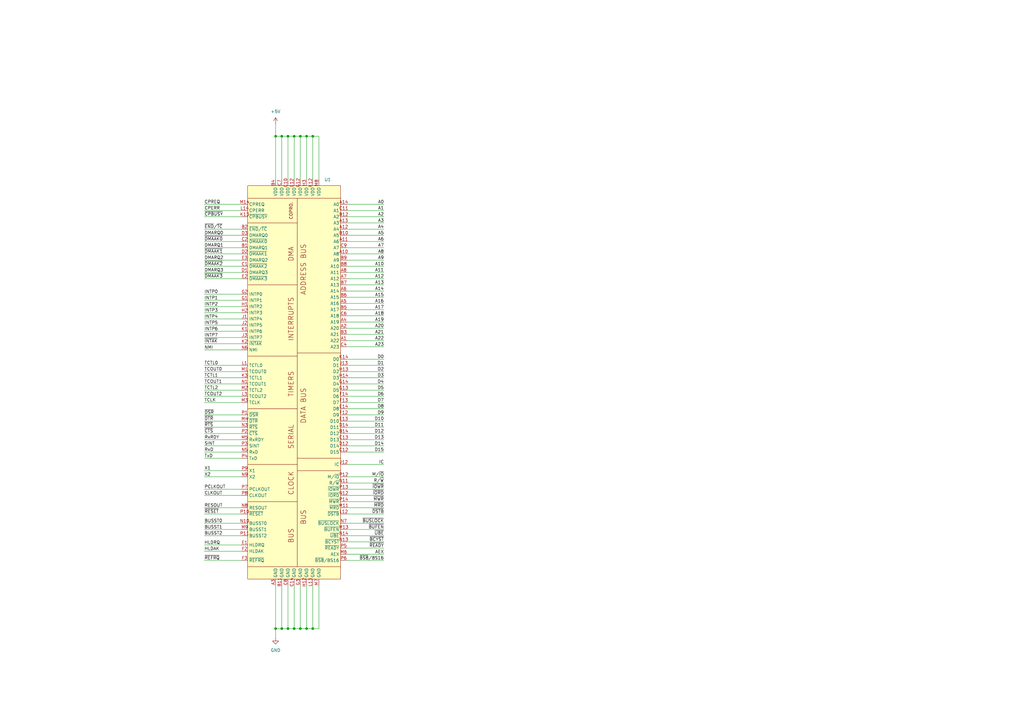
<source format=kicad_sch>
(kicad_sch (version 20230121) (generator eeschema)

  (uuid 4c4d9bd9-3c77-482a-9ef1-caf199ea613d)

  (paper "A3")

  (lib_symbols
    (symbol "V53:V53_PGA" (in_bom yes) (on_board yes)
      (property "Reference" "U" (at 0 163.83 0)
        (effects (font (size 1.27 1.27)))
      )
      (property "Value" "" (at 0 66.04 0)
        (effects (font (size 1.27 1.27)))
      )
      (property "Footprint" "Custom_PGA:PGA-132" (at 0 66.04 0)
        (effects (font (size 1.27 1.27)) hide)
      )
      (property "Datasheet" "" (at 0 66.04 0)
        (effects (font (size 1.27 1.27)) hide)
      )
      (symbol "V53_PGA_1_1"
        (polyline
          (pts
            (xy 0 5.08)
            (xy 38.1 5.08)
          )
          (stroke (width 0) (type default))
          (fill (type none))
        )
        (polyline
          (pts
            (xy 0 31.75)
            (xy 20.32 31.75)
          )
          (stroke (width 0) (type default))
          (fill (type none))
        )
        (polyline
          (pts
            (xy 0 46.99)
            (xy 20.32 46.99)
          )
          (stroke (width 0) (type default))
          (fill (type none))
        )
        (polyline
          (pts
            (xy 0 69.85)
            (xy 20.32 69.85)
          )
          (stroke (width 0) (type default))
          (fill (type none))
        )
        (polyline
          (pts
            (xy 0 91.44)
            (xy 20.32 91.44)
          )
          (stroke (width 0) (type default))
          (fill (type none))
        )
        (polyline
          (pts
            (xy 0 120.65)
            (xy 20.32 120.65)
          )
          (stroke (width 0) (type default))
          (fill (type none))
        )
        (polyline
          (pts
            (xy 0 146.05)
            (xy 20.32 146.05)
          )
          (stroke (width 0) (type default))
          (fill (type none))
        )
        (polyline
          (pts
            (xy 0 156.21)
            (xy 38.1 156.21)
          )
          (stroke (width 0) (type default))
          (fill (type none))
        )
        (polyline
          (pts
            (xy 20.32 156.21)
            (xy 20.32 5.08)
          )
          (stroke (width 0) (type default))
          (fill (type none))
        )
        (polyline
          (pts
            (xy 38.1 44.45)
            (xy 20.32 44.45)
          )
          (stroke (width 0) (type default))
          (fill (type none))
        )
        (polyline
          (pts
            (xy 38.1 49.53)
            (xy 20.32 49.53)
          )
          (stroke (width 0) (type default))
          (fill (type none))
        )
        (polyline
          (pts
            (xy 38.1 92.71)
            (xy 20.32 92.71)
          )
          (stroke (width 0) (type default))
          (fill (type none))
        )
        (rectangle (start 0 161.29) (end 38.1 0)
          (stroke (width 0) (type default))
          (fill (type background))
        )
        (text "ADDRESS BUS" (at 22.86 127 900)
          (effects (font (size 2 2)))
        )
        (text "BUS" (at 17.78 17.78 900)
          (effects (font (size 2 2)))
        )
        (text "BUS" (at 22.86 25.4 900)
          (effects (font (size 2 2)))
        )
        (text "CLOCK" (at 17.78 39.37 900)
          (effects (font (size 2 2)))
        )
        (text "COPRO." (at 17.78 151.13 900)
          (effects (font (size 1.27 1.27)))
        )
        (text "DATA BUS" (at 22.86 71.12 900)
          (effects (font (size 2 2)))
        )
        (text "DMA" (at 17.78 133.35 900)
          (effects (font (size 2 2)))
        )
        (text "INTERRUPTS" (at 17.78 106.68 900)
          (effects (font (size 2 2)))
        )
        (text "SERIAL" (at 17.78 58.42 900)
          (effects (font (size 2 2)))
        )
        (text "TIMERS" (at 17.78 80.01 900)
          (effects (font (size 2 2)))
        )
        (pin output line (at 40.64 97.79 180) (length 2.54)
          (name "A22" (effects (font (size 1.27 1.27))))
          (number "A1" (effects (font (size 1.27 1.27))))
        )
        (pin output line (at 40.64 133.35 180) (length 2.54)
          (name "A8" (effects (font (size 1.27 1.27))))
          (number "A10" (effects (font (size 1.27 1.27))))
        )
        (pin output line (at 40.64 138.43 180) (length 2.54)
          (name "A6" (effects (font (size 1.27 1.27))))
          (number "A11" (effects (font (size 1.27 1.27))))
        )
        (pin output line (at 40.64 143.51 180) (length 2.54)
          (name "A4" (effects (font (size 1.27 1.27))))
          (number "A12" (effects (font (size 1.27 1.27))))
        )
        (pin output line (at 40.64 146.05 180) (length 2.54)
          (name "A3" (effects (font (size 1.27 1.27))))
          (number "A13" (effects (font (size 1.27 1.27))))
        )
        (pin output line (at 40.64 153.67 180) (length 2.54)
          (name "A0" (effects (font (size 1.27 1.27))))
          (number "A14" (effects (font (size 1.27 1.27))))
        )
        (pin output line (at 40.64 102.87 180) (length 2.54)
          (name "A20" (effects (font (size 1.27 1.27))))
          (number "A2" (effects (font (size 1.27 1.27))))
        )
        (pin power_in line (at 11.43 -2.54 90) (length 2.54)
          (name "GND" (effects (font (size 1.27 1.27))))
          (number "A3" (effects (font (size 1.27 1.27))))
        )
        (pin output line (at 40.64 105.41 180) (length 2.54)
          (name "A19" (effects (font (size 1.27 1.27))))
          (number "A4" (effects (font (size 1.27 1.27))))
        )
        (pin output line (at 40.64 113.03 180) (length 2.54)
          (name "A16" (effects (font (size 1.27 1.27))))
          (number "A5" (effects (font (size 1.27 1.27))))
        )
        (pin output line (at 40.64 118.11 180) (length 2.54)
          (name "A14" (effects (font (size 1.27 1.27))))
          (number "A6" (effects (font (size 1.27 1.27))))
        )
        (pin output line (at 40.64 123.19 180) (length 2.54)
          (name "A12" (effects (font (size 1.27 1.27))))
          (number "A7" (effects (font (size 1.27 1.27))))
        )
        (pin output line (at 40.64 125.73 180) (length 2.54)
          (name "A11" (effects (font (size 1.27 1.27))))
          (number "A8" (effects (font (size 1.27 1.27))))
        )
        (pin input line (at -2.54 135.89 0) (length 2.54)
          (name "DMARQ1" (effects (font (size 1.27 1.27))))
          (number "B1" (effects (font (size 1.27 1.27))))
        )
        (pin output line (at 40.64 140.97 180) (length 2.54)
          (name "A5" (effects (font (size 1.27 1.27))))
          (number "B10" (effects (font (size 1.27 1.27))))
        )
        (pin power_in line (at 13.97 -2.54 90) (length 2.54)
          (name "GND" (effects (font (size 1.27 1.27))))
          (number "B11" (effects (font (size 1.27 1.27))))
        )
        (pin output line (at 40.64 148.59 180) (length 2.54)
          (name "A2" (effects (font (size 1.27 1.27))))
          (number "B12" (effects (font (size 1.27 1.27))))
        )
        (pin bidirectional line (at 40.64 59.69 180) (length 2.54)
          (name "D12" (effects (font (size 1.27 1.27))))
          (number "B14" (effects (font (size 1.27 1.27))))
        )
        (pin bidirectional line (at -2.54 143.51 0) (length 2.54)
          (name "~{END}/~{TC}" (effects (font (size 1.27 1.27))))
          (number "B2" (effects (font (size 1.27 1.27))))
        )
        (pin output line (at 40.64 100.33 180) (length 2.54)
          (name "A21" (effects (font (size 1.27 1.27))))
          (number "B3" (effects (font (size 1.27 1.27))))
        )
        (pin power_in line (at 11.43 163.83 270) (length 2.54)
          (name "VDD" (effects (font (size 1.27 1.27))))
          (number "B4" (effects (font (size 1.27 1.27))))
        )
        (pin output line (at 40.64 110.49 180) (length 2.54)
          (name "A17" (effects (font (size 1.27 1.27))))
          (number "B5" (effects (font (size 1.27 1.27))))
        )
        (pin output line (at 40.64 115.57 180) (length 2.54)
          (name "A15" (effects (font (size 1.27 1.27))))
          (number "B6" (effects (font (size 1.27 1.27))))
        )
        (pin output line (at 40.64 120.65 180) (length 2.54)
          (name "A13" (effects (font (size 1.27 1.27))))
          (number "B7" (effects (font (size 1.27 1.27))))
        )
        (pin output line (at 40.64 128.27 180) (length 2.54)
          (name "A10" (effects (font (size 1.27 1.27))))
          (number "B8" (effects (font (size 1.27 1.27))))
        )
        (pin output line (at 40.64 130.81 180) (length 2.54)
          (name "A9" (effects (font (size 1.27 1.27))))
          (number "B9" (effects (font (size 1.27 1.27))))
        )
        (pin output line (at -2.54 128.27 0) (length 2.54)
          (name "~{DMAAK2}" (effects (font (size 1.27 1.27))))
          (number "C1" (effects (font (size 1.27 1.27))))
        )
        (pin power_in line (at 16.51 163.83 270) (length 2.54)
          (name "VDD" (effects (font (size 1.27 1.27))))
          (number "C10" (effects (font (size 1.27 1.27))))
        )
        (pin output line (at 40.64 151.13 180) (length 2.54)
          (name "A1" (effects (font (size 1.27 1.27))))
          (number "C11" (effects (font (size 1.27 1.27))))
        )
        (pin bidirectional line (at 40.64 52.07 180) (length 2.54)
          (name "D15" (effects (font (size 1.27 1.27))))
          (number "C12" (effects (font (size 1.27 1.27))))
        )
        (pin bidirectional line (at 40.64 57.15 180) (length 2.54)
          (name "D13" (effects (font (size 1.27 1.27))))
          (number "C13" (effects (font (size 1.27 1.27))))
        )
        (pin power_in line (at 19.05 -2.54 90) (length 2.54)
          (name "GND" (effects (font (size 1.27 1.27))))
          (number "C14" (effects (font (size 1.27 1.27))))
        )
        (pin output line (at -2.54 138.43 0) (length 2.54)
          (name "~{DMAAK0}" (effects (font (size 1.27 1.27))))
          (number "C2" (effects (font (size 1.27 1.27))))
        )
        (pin output line (at 40.64 95.25 180) (length 2.54)
          (name "A23" (effects (font (size 1.27 1.27))))
          (number "C4" (effects (font (size 1.27 1.27))))
        )
        (pin output line (at 40.64 107.95 180) (length 2.54)
          (name "A18" (effects (font (size 1.27 1.27))))
          (number "C6" (effects (font (size 1.27 1.27))))
        )
        (pin power_in line (at 13.97 163.83 270) (length 2.54)
          (name "VDD" (effects (font (size 1.27 1.27))))
          (number "C7" (effects (font (size 1.27 1.27))))
        )
        (pin power_in line (at 16.51 -2.54 90) (length 2.54)
          (name "GND" (effects (font (size 1.27 1.27))))
          (number "C8" (effects (font (size 1.27 1.27))))
        )
        (pin output line (at 40.64 135.89 180) (length 2.54)
          (name "A7" (effects (font (size 1.27 1.27))))
          (number "C9" (effects (font (size 1.27 1.27))))
        )
        (pin input line (at -2.54 125.73 0) (length 2.54)
          (name "DMARQ3" (effects (font (size 1.27 1.27))))
          (number "D1" (effects (font (size 1.27 1.27))))
        )
        (pin bidirectional line (at 40.64 54.61 180) (length 2.54)
          (name "D14" (effects (font (size 1.27 1.27))))
          (number "D12" (effects (font (size 1.27 1.27))))
        )
        (pin bidirectional line (at 40.64 62.23 180) (length 2.54)
          (name "D11" (effects (font (size 1.27 1.27))))
          (number "D14" (effects (font (size 1.27 1.27))))
        )
        (pin output line (at -2.54 133.35 0) (length 2.54)
          (name "~{DMAAK1}" (effects (font (size 1.27 1.27))))
          (number "D2" (effects (font (size 1.27 1.27))))
        )
        (pin input line (at -2.54 140.97 0) (length 2.54)
          (name "DMARQ0" (effects (font (size 1.27 1.27))))
          (number "D3" (effects (font (size 1.27 1.27))))
        )
        (pin input line (at -2.54 13.97 0) (length 2.54)
          (name "HLDRQ" (effects (font (size 1.27 1.27))))
          (number "E1" (effects (font (size 1.27 1.27))))
        )
        (pin power_in line (at 19.05 163.83 270) (length 2.54)
          (name "VDD" (effects (font (size 1.27 1.27))))
          (number "E12" (effects (font (size 1.27 1.27))))
        )
        (pin bidirectional line (at 40.64 64.77 180) (length 2.54)
          (name "D10" (effects (font (size 1.27 1.27))))
          (number "E13" (effects (font (size 1.27 1.27))))
        )
        (pin bidirectional line (at 40.64 69.85 180) (length 2.54)
          (name "D8" (effects (font (size 1.27 1.27))))
          (number "E14" (effects (font (size 1.27 1.27))))
        )
        (pin output line (at -2.54 123.19 0) (length 2.54)
          (name "~{DMAAK3}" (effects (font (size 1.27 1.27))))
          (number "E2" (effects (font (size 1.27 1.27))))
        )
        (pin input line (at -2.54 130.81 0) (length 2.54)
          (name "DMARQ2" (effects (font (size 1.27 1.27))))
          (number "E3" (effects (font (size 1.27 1.27))))
        )
        (pin bidirectional line (at 40.64 67.31 180) (length 2.54)
          (name "D9" (effects (font (size 1.27 1.27))))
          (number "F12" (effects (font (size 1.27 1.27))))
        )
        (pin bidirectional line (at 40.64 72.39 180) (length 2.54)
          (name "D7" (effects (font (size 1.27 1.27))))
          (number "F13" (effects (font (size 1.27 1.27))))
        )
        (pin bidirectional line (at 40.64 74.93 180) (length 2.54)
          (name "D6" (effects (font (size 1.27 1.27))))
          (number "F14" (effects (font (size 1.27 1.27))))
        )
        (pin output line (at -2.54 11.43 0) (length 2.54)
          (name "HLDAK" (effects (font (size 1.27 1.27))))
          (number "F2" (effects (font (size 1.27 1.27))))
        )
        (pin output line (at -2.54 7.62 0) (length 2.54)
          (name "~{REFRQ}" (effects (font (size 1.27 1.27))))
          (number "F3" (effects (font (size 1.27 1.27))))
        )
        (pin input line (at -2.54 114.3 0) (length 2.54)
          (name "INTP1" (effects (font (size 1.27 1.27))))
          (number "G1" (effects (font (size 1.27 1.27))))
        )
        (pin power_in line (at 21.59 163.83 270) (length 2.54)
          (name "VDD" (effects (font (size 1.27 1.27))))
          (number "G12" (effects (font (size 1.27 1.27))))
        )
        (pin bidirectional line (at 40.64 77.47 180) (length 2.54)
          (name "D5" (effects (font (size 1.27 1.27))))
          (number "G13" (effects (font (size 1.27 1.27))))
        )
        (pin bidirectional line (at 40.64 80.01 180) (length 2.54)
          (name "D4" (effects (font (size 1.27 1.27))))
          (number "G14" (effects (font (size 1.27 1.27))))
        )
        (pin input line (at -2.54 116.84 0) (length 2.54)
          (name "INTP0" (effects (font (size 1.27 1.27))))
          (number "G2" (effects (font (size 1.27 1.27))))
        )
        (pin power_in line (at 21.59 -2.54 90) (length 2.54)
          (name "GND" (effects (font (size 1.27 1.27))))
          (number "G3" (effects (font (size 1.27 1.27))))
        )
        (pin input line (at -2.54 111.76 0) (length 2.54)
          (name "INTP2" (effects (font (size 1.27 1.27))))
          (number "H1" (effects (font (size 1.27 1.27))))
        )
        (pin power_in line (at 24.13 -2.54 90) (length 2.54)
          (name "GND" (effects (font (size 1.27 1.27))))
          (number "H12" (effects (font (size 1.27 1.27))))
        )
        (pin bidirectional line (at 40.64 85.09 180) (length 2.54)
          (name "D2" (effects (font (size 1.27 1.27))))
          (number "H13" (effects (font (size 1.27 1.27))))
        )
        (pin bidirectional line (at 40.64 82.55 180) (length 2.54)
          (name "D3" (effects (font (size 1.27 1.27))))
          (number "H14" (effects (font (size 1.27 1.27))))
        )
        (pin input line (at -2.54 109.22 0) (length 2.54)
          (name "INTP3" (effects (font (size 1.27 1.27))))
          (number "H2" (effects (font (size 1.27 1.27))))
        )
        (pin power_in line (at 24.13 163.83 270) (length 2.54)
          (name "VDD" (effects (font (size 1.27 1.27))))
          (number "H3" (effects (font (size 1.27 1.27))))
        )
        (pin input line (at -2.54 106.68 0) (length 2.54)
          (name "INTP4" (effects (font (size 1.27 1.27))))
          (number "J1" (effects (font (size 1.27 1.27))))
        )
        (pin unspecified line (at 40.64 46.99 180) (length 2.54)
          (name "IC" (effects (font (size 1.27 1.27))))
          (number "J12" (effects (font (size 1.27 1.27))))
        )
        (pin bidirectional line (at 40.64 87.63 180) (length 2.54)
          (name "D1" (effects (font (size 1.27 1.27))))
          (number "J13" (effects (font (size 1.27 1.27))))
        )
        (pin input line (at -2.54 104.14 0) (length 2.54)
          (name "INTP5" (effects (font (size 1.27 1.27))))
          (number "J2" (effects (font (size 1.27 1.27))))
        )
        (pin input line (at -2.54 99.06 0) (length 2.54)
          (name "INTP7" (effects (font (size 1.27 1.27))))
          (number "J3" (effects (font (size 1.27 1.27))))
        )
        (pin input line (at -2.54 101.6 0) (length 2.54)
          (name "INTP6" (effects (font (size 1.27 1.27))))
          (number "K1" (effects (font (size 1.27 1.27))))
        )
        (pin power_in line (at 26.67 163.83 270) (length 2.54)
          (name "VDD" (effects (font (size 1.27 1.27))))
          (number "K12" (effects (font (size 1.27 1.27))))
        )
        (pin input line (at -2.54 148.59 0) (length 2.54)
          (name "~{CPBUSY}" (effects (font (size 1.27 1.27))))
          (number "K13" (effects (font (size 1.27 1.27))))
        )
        (pin bidirectional line (at 40.64 90.17 180) (length 2.54)
          (name "D0" (effects (font (size 1.27 1.27))))
          (number "K14" (effects (font (size 1.27 1.27))))
        )
        (pin output line (at -2.54 96.52 0) (length 2.54)
          (name "~{INTAK}" (effects (font (size 1.27 1.27))))
          (number "K2" (effects (font (size 1.27 1.27))))
        )
        (pin input line (at -2.54 82.55 0) (length 2.54)
          (name "TCTL1" (effects (font (size 1.27 1.27))))
          (number "K3" (effects (font (size 1.27 1.27))))
        )
        (pin input line (at -2.54 87.63 0) (length 2.54)
          (name "TCTL0" (effects (font (size 1.27 1.27))))
          (number "L1" (effects (font (size 1.27 1.27))))
        )
        (pin output line (at 40.64 26.67 180) (length 2.54)
          (name "~{DSTB}" (effects (font (size 1.27 1.27))))
          (number "L12" (effects (font (size 1.27 1.27))))
        )
        (pin power_in line (at 26.67 -2.54 90) (length 2.54)
          (name "GND" (effects (font (size 1.27 1.27))))
          (number "L13" (effects (font (size 1.27 1.27))))
        )
        (pin input line (at -2.54 151.13 0) (length 2.54)
          (name "CPERR" (effects (font (size 1.27 1.27))))
          (number "L14" (effects (font (size 1.27 1.27))))
        )
        (pin output line (at -2.54 74.93 0) (length 2.54)
          (name "TCOUT2" (effects (font (size 1.27 1.27))))
          (number "L3" (effects (font (size 1.27 1.27))))
        )
        (pin output line (at -2.54 85.09 0) (length 2.54)
          (name "TCOUT0" (effects (font (size 1.27 1.27))))
          (number "M1" (effects (font (size 1.27 1.27))))
        )
        (pin output line (at 40.64 29.21 180) (length 2.54)
          (name "~{MRD}" (effects (font (size 1.27 1.27))))
          (number "M11" (effects (font (size 1.27 1.27))))
        )
        (pin output line (at 40.64 20.32 180) (length 2.54)
          (name "~{BUFEN}" (effects (font (size 1.27 1.27))))
          (number "M13" (effects (font (size 1.27 1.27))))
        )
        (pin unspecified line (at -2.54 153.67 0) (length 2.54)
          (name "CPREQ" (effects (font (size 1.27 1.27))))
          (number "M14" (effects (font (size 1.27 1.27))))
        )
        (pin input line (at -2.54 77.47 0) (length 2.54)
          (name "TCTL2" (effects (font (size 1.27 1.27))))
          (number "M2" (effects (font (size 1.27 1.27))))
        )
        (pin input line (at -2.54 72.39 0) (length 2.54)
          (name "TCLK" (effects (font (size 1.27 1.27))))
          (number "M3" (effects (font (size 1.27 1.27))))
        )
        (pin output line (at -2.54 64.77 0) (length 2.54)
          (name "~{DTR}" (effects (font (size 1.27 1.27))))
          (number "M4" (effects (font (size 1.27 1.27))))
        )
        (pin output line (at -2.54 57.15 0) (length 2.54)
          (name "RxRDY" (effects (font (size 1.27 1.27))))
          (number "M5" (effects (font (size 1.27 1.27))))
        )
        (pin output line (at 40.64 10.16 180) (length 2.54)
          (name "AEX" (effects (font (size 1.27 1.27))))
          (number "M6" (effects (font (size 1.27 1.27))))
        )
        (pin power_in line (at 29.21 -2.54 90) (length 2.54)
          (name "GND" (effects (font (size 1.27 1.27))))
          (number "M7" (effects (font (size 1.27 1.27))))
        )
        (pin power_in line (at 29.21 163.83 270) (length 2.54)
          (name "VDD" (effects (font (size 1.27 1.27))))
          (number "M8" (effects (font (size 1.27 1.27))))
        )
        (pin output line (at -2.54 20.32 0) (length 2.54)
          (name "BUSST1" (effects (font (size 1.27 1.27))))
          (number "M9" (effects (font (size 1.27 1.27))))
        )
        (pin output line (at -2.54 80.01 0) (length 2.54)
          (name "TCOUT1" (effects (font (size 1.27 1.27))))
          (number "N1" (effects (font (size 1.27 1.27))))
        )
        (pin output line (at -2.54 22.86 0) (length 2.54)
          (name "BUSST0" (effects (font (size 1.27 1.27))))
          (number "N10" (effects (font (size 1.27 1.27))))
        )
        (pin output line (at 40.64 39.37 180) (length 2.54)
          (name "R/~{W}" (effects (font (size 1.27 1.27))))
          (number "N11" (effects (font (size 1.27 1.27))))
        )
        (pin output line (at 40.64 34.29 180) (length 2.54)
          (name "~{IORD}" (effects (font (size 1.27 1.27))))
          (number "N12" (effects (font (size 1.27 1.27))))
        )
        (pin output line (at 40.64 15.24 180) (length 2.54)
          (name "~{BCYST}" (effects (font (size 1.27 1.27))))
          (number "N13" (effects (font (size 1.27 1.27))))
        )
        (pin output line (at 40.64 17.78 180) (length 2.54)
          (name "~{UBE}" (effects (font (size 1.27 1.27))))
          (number "N14" (effects (font (size 1.27 1.27))))
        )
        (pin output line (at -2.54 62.23 0) (length 2.54)
          (name "~{RTS}" (effects (font (size 1.27 1.27))))
          (number "N3" (effects (font (size 1.27 1.27))))
        )
        (pin input line (at -2.54 52.07 0) (length 2.54)
          (name "RxD" (effects (font (size 1.27 1.27))))
          (number "N5" (effects (font (size 1.27 1.27))))
        )
        (pin input line (at -2.54 93.98 0) (length 2.54)
          (name "NMI" (effects (font (size 1.27 1.27))))
          (number "N6" (effects (font (size 1.27 1.27))))
        )
        (pin output line (at 40.64 22.86 180) (length 2.54)
          (name "~{BUSLOCK}" (effects (font (size 1.27 1.27))))
          (number "N7" (effects (font (size 1.27 1.27))))
        )
        (pin output line (at -2.54 29.21 0) (length 2.54)
          (name "RESOUT" (effects (font (size 1.27 1.27))))
          (number "N8" (effects (font (size 1.27 1.27))))
        )
        (pin unspecified line (at -2.54 41.91 0) (length 2.54)
          (name "X2" (effects (font (size 1.27 1.27))))
          (number "N9" (effects (font (size 1.27 1.27))))
        )
        (pin input line (at -2.54 67.31 0) (length 2.54)
          (name "~{DSR}" (effects (font (size 1.27 1.27))))
          (number "P1" (effects (font (size 1.27 1.27))))
        )
        (pin input line (at -2.54 26.67 0) (length 2.54)
          (name "~{RESET}" (effects (font (size 1.27 1.27))))
          (number "P10" (effects (font (size 1.27 1.27))))
        )
        (pin output line (at -2.54 17.78 0) (length 2.54)
          (name "BUSST2" (effects (font (size 1.27 1.27))))
          (number "P11" (effects (font (size 1.27 1.27))))
        )
        (pin output line (at 40.64 41.91 180) (length 2.54)
          (name "M/~{IO}" (effects (font (size 1.27 1.27))))
          (number "P12" (effects (font (size 1.27 1.27))))
        )
        (pin output line (at 40.64 36.83 180) (length 2.54)
          (name "~{IOWR}" (effects (font (size 1.27 1.27))))
          (number "P13" (effects (font (size 1.27 1.27))))
        )
        (pin output line (at 40.64 31.75 180) (length 2.54)
          (name "~{MWR}" (effects (font (size 1.27 1.27))))
          (number "P14" (effects (font (size 1.27 1.27))))
        )
        (pin output line (at -2.54 59.69 0) (length 2.54)
          (name "~{CTS}" (effects (font (size 1.27 1.27))))
          (number "P2" (effects (font (size 1.27 1.27))))
        )
        (pin output line (at -2.54 54.61 0) (length 2.54)
          (name "SINT" (effects (font (size 1.27 1.27))))
          (number "P3" (effects (font (size 1.27 1.27))))
        )
        (pin output line (at -2.54 49.53 0) (length 2.54)
          (name "TxD" (effects (font (size 1.27 1.27))))
          (number "P4" (effects (font (size 1.27 1.27))))
        )
        (pin input line (at 40.64 12.7 180) (length 2.54)
          (name "~{READY}" (effects (font (size 1.27 1.27))))
          (number "P5" (effects (font (size 1.27 1.27))))
        )
        (pin input line (at 40.64 7.62 180) (length 2.54)
          (name "~{BS8}/BS16" (effects (font (size 1.27 1.27))))
          (number "P6" (effects (font (size 1.27 1.27))))
        )
        (pin output line (at -2.54 36.83 0) (length 2.54)
          (name "PCLKOUT" (effects (font (size 1.27 1.27))))
          (number "P7" (effects (font (size 1.27 1.27))))
        )
        (pin output line (at -2.54 34.29 0) (length 2.54)
          (name "CLKOUT" (effects (font (size 1.27 1.27))))
          (number "P8" (effects (font (size 1.27 1.27))))
        )
        (pin unspecified line (at -2.54 44.45 0) (length 2.54)
          (name "X1" (effects (font (size 1.27 1.27))))
          (number "P9" (effects (font (size 1.27 1.27))))
        )
      )
    )
    (symbol "power:+5V" (power) (pin_names (offset 0)) (in_bom yes) (on_board yes)
      (property "Reference" "#PWR" (at 0 -3.81 0)
        (effects (font (size 1.27 1.27)) hide)
      )
      (property "Value" "+5V" (at 0 3.556 0)
        (effects (font (size 1.27 1.27)))
      )
      (property "Footprint" "" (at 0 0 0)
        (effects (font (size 1.27 1.27)) hide)
      )
      (property "Datasheet" "" (at 0 0 0)
        (effects (font (size 1.27 1.27)) hide)
      )
      (property "ki_keywords" "global power" (at 0 0 0)
        (effects (font (size 1.27 1.27)) hide)
      )
      (property "ki_description" "Power symbol creates a global label with name \"+5V\"" (at 0 0 0)
        (effects (font (size 1.27 1.27)) hide)
      )
      (symbol "+5V_0_1"
        (polyline
          (pts
            (xy -0.762 1.27)
            (xy 0 2.54)
          )
          (stroke (width 0) (type default))
          (fill (type none))
        )
        (polyline
          (pts
            (xy 0 0)
            (xy 0 2.54)
          )
          (stroke (width 0) (type default))
          (fill (type none))
        )
        (polyline
          (pts
            (xy 0 2.54)
            (xy 0.762 1.27)
          )
          (stroke (width 0) (type default))
          (fill (type none))
        )
      )
      (symbol "+5V_1_1"
        (pin power_in line (at 0 0 90) (length 0) hide
          (name "+5V" (effects (font (size 1.27 1.27))))
          (number "1" (effects (font (size 1.27 1.27))))
        )
      )
    )
    (symbol "power:GND" (power) (pin_names (offset 0)) (in_bom yes) (on_board yes)
      (property "Reference" "#PWR" (at 0 -6.35 0)
        (effects (font (size 1.27 1.27)) hide)
      )
      (property "Value" "GND" (at 0 -3.81 0)
        (effects (font (size 1.27 1.27)))
      )
      (property "Footprint" "" (at 0 0 0)
        (effects (font (size 1.27 1.27)) hide)
      )
      (property "Datasheet" "" (at 0 0 0)
        (effects (font (size 1.27 1.27)) hide)
      )
      (property "ki_keywords" "global power" (at 0 0 0)
        (effects (font (size 1.27 1.27)) hide)
      )
      (property "ki_description" "Power symbol creates a global label with name \"GND\" , ground" (at 0 0 0)
        (effects (font (size 1.27 1.27)) hide)
      )
      (symbol "GND_0_1"
        (polyline
          (pts
            (xy 0 0)
            (xy 0 -1.27)
            (xy 1.27 -1.27)
            (xy 0 -2.54)
            (xy -1.27 -1.27)
            (xy 0 -1.27)
          )
          (stroke (width 0) (type default))
          (fill (type none))
        )
      )
      (symbol "GND_1_1"
        (pin power_in line (at 0 0 270) (length 0) hide
          (name "GND" (effects (font (size 1.27 1.27))))
          (number "1" (effects (font (size 1.27 1.27))))
        )
      )
    )
  )

  (junction (at 125.73 257.81) (diameter 0) (color 0 0 0 0)
    (uuid 0ee237b8-6e49-4e28-984a-fa641fd1775e)
  )
  (junction (at 123.19 257.81) (diameter 0) (color 0 0 0 0)
    (uuid 1034a446-4578-4590-90fa-15990c2dac01)
  )
  (junction (at 113.03 55.88) (diameter 0) (color 0 0 0 0)
    (uuid 1514f28f-86c6-4a2c-bfdd-13747d434d50)
  )
  (junction (at 125.73 55.88) (diameter 0) (color 0 0 0 0)
    (uuid 15aecc4b-e98d-4edb-857a-e1e54f73708a)
  )
  (junction (at 118.11 257.81) (diameter 0) (color 0 0 0 0)
    (uuid 2e267a64-83e6-4688-a4d6-724727511646)
  )
  (junction (at 120.65 55.88) (diameter 0) (color 0 0 0 0)
    (uuid 43f7d563-9302-4b17-bb15-e0fcb3899499)
  )
  (junction (at 123.19 55.88) (diameter 0) (color 0 0 0 0)
    (uuid 55b6d159-cf0d-430a-9924-dbfde119c2c7)
  )
  (junction (at 128.27 257.81) (diameter 0) (color 0 0 0 0)
    (uuid 6ed53cff-d4b1-4bb8-9a19-4235ccf18424)
  )
  (junction (at 113.03 257.81) (diameter 0) (color 0 0 0 0)
    (uuid 6f18d2da-6584-4833-b3c0-44676276a468)
  )
  (junction (at 128.27 55.88) (diameter 0) (color 0 0 0 0)
    (uuid 7f5f3bb4-ce45-4e31-8df2-02ed4be23f6f)
  )
  (junction (at 115.57 55.88) (diameter 0) (color 0 0 0 0)
    (uuid b5a06db8-51a3-4351-88fc-5256af188caf)
  )
  (junction (at 120.65 257.81) (diameter 0) (color 0 0 0 0)
    (uuid ba0242e1-9898-478a-a9ea-f2de6a0d9516)
  )
  (junction (at 115.57 257.81) (diameter 0) (color 0 0 0 0)
    (uuid cbbec2b8-f084-47fe-aa42-3c0fd017a1d7)
  )
  (junction (at 118.11 55.88) (diameter 0) (color 0 0 0 0)
    (uuid e3604c51-dabb-4c30-8516-3271cd68995d)
  )

  (wire (pts (xy 99.06 88.9) (xy 83.82 88.9))
    (stroke (width 0) (type default))
    (uuid 0101d382-59ad-4d4d-93ea-cc6bf3e272c0)
  )
  (wire (pts (xy 83.82 172.72) (xy 99.06 172.72))
    (stroke (width 0) (type default))
    (uuid 0262c38c-c0b9-4a85-a2c9-9f66a73db95f)
  )
  (wire (pts (xy 83.82 138.43) (xy 99.06 138.43))
    (stroke (width 0) (type default))
    (uuid 0478ea06-d014-4083-8b28-01bf02ed57f1)
  )
  (wire (pts (xy 142.24 139.7) (xy 157.48 139.7))
    (stroke (width 0) (type default))
    (uuid 0554e455-c2eb-4926-9356-c1c62384253c)
  )
  (wire (pts (xy 83.82 125.73) (xy 99.06 125.73))
    (stroke (width 0) (type default))
    (uuid 056b8263-eff4-4e9b-a287-e1ca6a04886c)
  )
  (wire (pts (xy 83.82 195.58) (xy 99.06 195.58))
    (stroke (width 0) (type default))
    (uuid 08acc678-c1a6-454a-907c-749131fd9d85)
  )
  (wire (pts (xy 157.48 165.1) (xy 142.24 165.1))
    (stroke (width 0) (type default))
    (uuid 097c1d35-f004-4ba7-b0a0-92877a00bc5d)
  )
  (wire (pts (xy 157.48 224.79) (xy 142.24 224.79))
    (stroke (width 0) (type default))
    (uuid 09dc5092-2eec-494a-b803-ed4a13e7bc88)
  )
  (wire (pts (xy 113.03 240.03) (xy 113.03 257.81))
    (stroke (width 0) (type default))
    (uuid 0a1a9602-1ce5-42d2-ba04-9d893f3f6118)
  )
  (wire (pts (xy 99.06 99.06) (xy 83.82 99.06))
    (stroke (width 0) (type default))
    (uuid 0be1024d-bbe4-4cf6-a9c9-93b8a77b3d6e)
  )
  (wire (pts (xy 157.48 149.86) (xy 142.24 149.86))
    (stroke (width 0) (type default))
    (uuid 0dfab927-892f-42c6-8d6c-99de7ad481b5)
  )
  (wire (pts (xy 120.65 240.03) (xy 120.65 257.81))
    (stroke (width 0) (type default))
    (uuid 137d137e-8ec1-4d0c-aaf6-2ed13e996473)
  )
  (wire (pts (xy 118.11 240.03) (xy 118.11 257.81))
    (stroke (width 0) (type default))
    (uuid 1629100a-3d85-44e9-be1c-0680a678b811)
  )
  (wire (pts (xy 118.11 73.66) (xy 118.11 55.88))
    (stroke (width 0) (type default))
    (uuid 19fa3166-3eb2-4328-bc77-78f7ab1c0abf)
  )
  (wire (pts (xy 157.48 121.92) (xy 142.24 121.92))
    (stroke (width 0) (type default))
    (uuid 1c036484-55e9-43e4-8c61-2eed013c5c65)
  )
  (wire (pts (xy 123.19 55.88) (xy 123.19 73.66))
    (stroke (width 0) (type default))
    (uuid 1e58a76d-055c-4c9e-9ec8-49848818ddeb)
  )
  (wire (pts (xy 125.73 257.81) (xy 123.19 257.81))
    (stroke (width 0) (type default))
    (uuid 1e65497f-7950-4884-be4e-b642f134d669)
  )
  (wire (pts (xy 118.11 257.81) (xy 115.57 257.81))
    (stroke (width 0) (type default))
    (uuid 229d0b4a-47d3-474b-9775-f78ac1e8d817)
  )
  (wire (pts (xy 115.57 55.88) (xy 115.57 73.66))
    (stroke (width 0) (type default))
    (uuid 23b38dc5-f18d-4bed-a6dd-3fddd60d512e)
  )
  (wire (pts (xy 157.48 185.42) (xy 142.24 185.42))
    (stroke (width 0) (type default))
    (uuid 2425902a-38d3-47cc-8aa4-0fe9a287fd5d)
  )
  (wire (pts (xy 83.82 226.06) (xy 99.06 226.06))
    (stroke (width 0) (type default))
    (uuid 26145f03-8c26-493b-9f68-305004567f03)
  )
  (wire (pts (xy 128.27 257.81) (xy 125.73 257.81))
    (stroke (width 0) (type default))
    (uuid 274519c7-ad51-4b20-9ebc-fcdf5cecfec1)
  )
  (wire (pts (xy 157.48 229.87) (xy 142.24 229.87))
    (stroke (width 0) (type default))
    (uuid 2899613d-b76c-444a-b390-a4cd54f803d8)
  )
  (wire (pts (xy 83.82 120.65) (xy 99.06 120.65))
    (stroke (width 0) (type default))
    (uuid 29762edb-a6bd-42c9-8250-eb13798296fa)
  )
  (wire (pts (xy 99.06 210.82) (xy 83.82 210.82))
    (stroke (width 0) (type default))
    (uuid 29b88834-5747-4350-8d83-74fdd1743977)
  )
  (wire (pts (xy 142.24 154.94) (xy 157.48 154.94))
    (stroke (width 0) (type default))
    (uuid 2c41dd84-6e0c-4942-9705-ee4c408aee5a)
  )
  (wire (pts (xy 83.82 165.1) (xy 99.06 165.1))
    (stroke (width 0) (type default))
    (uuid 2c428881-2ba0-45db-a0c5-827046628012)
  )
  (wire (pts (xy 142.24 227.33) (xy 157.48 227.33))
    (stroke (width 0) (type default))
    (uuid 2cfa4c15-9486-4536-888b-1c1e3812b3b8)
  )
  (wire (pts (xy 83.82 214.63) (xy 99.06 214.63))
    (stroke (width 0) (type default))
    (uuid 2d531b13-2b84-4b74-8da0-993aec0f2753)
  )
  (wire (pts (xy 99.06 135.89) (xy 83.82 135.89))
    (stroke (width 0) (type default))
    (uuid 2e578e4f-ff21-410f-8ef1-96d62945e632)
  )
  (wire (pts (xy 99.06 208.28) (xy 83.82 208.28))
    (stroke (width 0) (type default))
    (uuid 2fdea59f-f035-47c0-a182-e0bfc9083c0e)
  )
  (wire (pts (xy 157.48 127) (xy 142.24 127))
    (stroke (width 0) (type default))
    (uuid 30193782-7e74-47d1-9c53-671d4c4065c0)
  )
  (wire (pts (xy 99.06 193.04) (xy 83.82 193.04))
    (stroke (width 0) (type default))
    (uuid 319c42fc-8dd5-49f4-a882-62d16659c06d)
  )
  (wire (pts (xy 157.48 132.08) (xy 142.24 132.08))
    (stroke (width 0) (type default))
    (uuid 35f8399c-641b-4b18-a56b-0469d162cd2f)
  )
  (wire (pts (xy 157.48 86.36) (xy 142.24 86.36))
    (stroke (width 0) (type default))
    (uuid 3864dcdc-6eec-407f-ba2e-2d58a647b229)
  )
  (wire (pts (xy 142.24 93.98) (xy 157.48 93.98))
    (stroke (width 0) (type default))
    (uuid 3bf19c9a-c96c-4ddf-b69c-f3ecf39dac77)
  )
  (wire (pts (xy 157.48 198.12) (xy 142.24 198.12))
    (stroke (width 0) (type default))
    (uuid 3cab02d1-5613-40bd-bedf-20606ea334ea)
  )
  (wire (pts (xy 83.82 177.8) (xy 99.06 177.8))
    (stroke (width 0) (type default))
    (uuid 3ce73a66-1d03-4112-8a48-bf35d91e0d02)
  )
  (wire (pts (xy 142.24 195.58) (xy 157.48 195.58))
    (stroke (width 0) (type default))
    (uuid 3d0d63fb-02d4-46b0-8117-9a6a02212397)
  )
  (wire (pts (xy 83.82 133.35) (xy 99.06 133.35))
    (stroke (width 0) (type default))
    (uuid 3e0a915d-4d25-4103-a280-47aa4f59490e)
  )
  (wire (pts (xy 142.24 205.74) (xy 157.48 205.74))
    (stroke (width 0) (type default))
    (uuid 40c481c6-6534-4881-a692-a2781a2eb5b5)
  )
  (wire (pts (xy 128.27 55.88) (xy 128.27 73.66))
    (stroke (width 0) (type default))
    (uuid 426e4adc-bad4-4605-a722-24e3eaf40ddd)
  )
  (wire (pts (xy 99.06 143.51) (xy 83.82 143.51))
    (stroke (width 0) (type default))
    (uuid 4333b8bb-b408-402c-9a38-0e12ad2675fb)
  )
  (wire (pts (xy 142.24 119.38) (xy 157.48 119.38))
    (stroke (width 0) (type default))
    (uuid 43d3fc97-c931-441d-a252-565d57837c33)
  )
  (wire (pts (xy 157.48 190.5) (xy 142.24 190.5))
    (stroke (width 0) (type default))
    (uuid 44747a44-8ee6-4c39-9cef-03cbad30161d)
  )
  (wire (pts (xy 120.65 55.88) (xy 120.65 73.66))
    (stroke (width 0) (type default))
    (uuid 44e6a034-7ce5-4fda-8501-cf87736020c4)
  )
  (wire (pts (xy 120.65 257.81) (xy 118.11 257.81))
    (stroke (width 0) (type default))
    (uuid 46ede4c4-d951-4201-92bd-97a9176a3ef3)
  )
  (wire (pts (xy 157.48 175.26) (xy 142.24 175.26))
    (stroke (width 0) (type default))
    (uuid 4828f9ac-087c-4767-afc5-23204f4351af)
  )
  (wire (pts (xy 157.48 142.24) (xy 142.24 142.24))
    (stroke (width 0) (type default))
    (uuid 49167a61-11e2-4a1d-af2c-2a81c005a4e2)
  )
  (wire (pts (xy 113.03 50.8) (xy 113.03 55.88))
    (stroke (width 0) (type default))
    (uuid 49d6364a-f949-4635-b5af-32557eb715cb)
  )
  (wire (pts (xy 113.03 55.88) (xy 115.57 55.88))
    (stroke (width 0) (type default))
    (uuid 49d81d77-23a6-46f1-a51f-45eddff711e6)
  )
  (wire (pts (xy 113.03 257.81) (xy 113.03 261.62))
    (stroke (width 0) (type default))
    (uuid 4a3d65a7-ea93-4e75-ada6-b862f316d54f)
  )
  (wire (pts (xy 125.73 55.88) (xy 123.19 55.88))
    (stroke (width 0) (type default))
    (uuid 4aa56677-96c2-41db-ab85-ebc8b7311e2d)
  )
  (wire (pts (xy 83.82 203.2) (xy 99.06 203.2))
    (stroke (width 0) (type default))
    (uuid 4ea22b3a-17e3-4667-98c1-341c88ff244e)
  )
  (wire (pts (xy 99.06 93.98) (xy 83.82 93.98))
    (stroke (width 0) (type default))
    (uuid 4ea41fb5-14f1-4583-afcb-f2f266e7cca4)
  )
  (wire (pts (xy 142.24 83.82) (xy 157.48 83.82))
    (stroke (width 0) (type default))
    (uuid 50916044-4283-4e00-bb41-7f4b0b958dbf)
  )
  (wire (pts (xy 142.24 177.8) (xy 157.48 177.8))
    (stroke (width 0) (type default))
    (uuid 50c9ddb2-3ed4-4fdd-94ad-66414443d595)
  )
  (wire (pts (xy 99.06 170.18) (xy 83.82 170.18))
    (stroke (width 0) (type default))
    (uuid 515cf2c0-7651-4a8d-b159-60324cfc4cc1)
  )
  (wire (pts (xy 83.82 200.66) (xy 99.06 200.66))
    (stroke (width 0) (type default))
    (uuid 51618dc3-a414-4967-9ed5-678a3b809cd9)
  )
  (wire (pts (xy 83.82 149.86) (xy 99.06 149.86))
    (stroke (width 0) (type default))
    (uuid 51e3fa27-ef5c-42d9-9037-8ef24efd1300)
  )
  (wire (pts (xy 83.82 219.71) (xy 99.06 219.71))
    (stroke (width 0) (type default))
    (uuid 51f45fdd-e373-418c-836b-2fcf4fa15b21)
  )
  (wire (pts (xy 157.48 109.22) (xy 142.24 109.22))
    (stroke (width 0) (type default))
    (uuid 559fb7b9-348f-4a18-be47-cfdc88455107)
  )
  (wire (pts (xy 83.82 96.52) (xy 99.06 96.52))
    (stroke (width 0) (type default))
    (uuid 5b4070b2-64e4-4c88-8b8c-2eda0ebb005a)
  )
  (wire (pts (xy 99.06 114.3) (xy 83.82 114.3))
    (stroke (width 0) (type default))
    (uuid 5d1361cc-97cb-4ff9-b6b1-032255f61330)
  )
  (wire (pts (xy 115.57 240.03) (xy 115.57 257.81))
    (stroke (width 0) (type default))
    (uuid 5d908140-be85-4ef4-aa37-855558b722c8)
  )
  (wire (pts (xy 123.19 257.81) (xy 120.65 257.81))
    (stroke (width 0) (type default))
    (uuid 5fd9e13b-234e-4935-8ae8-9922a18bcc30)
  )
  (wire (pts (xy 83.82 182.88) (xy 99.06 182.88))
    (stroke (width 0) (type default))
    (uuid 5fdecf59-1ebb-409b-8995-846d6f5fda5f)
  )
  (wire (pts (xy 142.24 217.17) (xy 157.48 217.17))
    (stroke (width 0) (type default))
    (uuid 614cbd17-27d0-4372-aed7-3545ed62ab45)
  )
  (wire (pts (xy 123.19 240.03) (xy 123.19 257.81))
    (stroke (width 0) (type default))
    (uuid 649dbe03-f094-4e08-b22f-032cca8064d7)
  )
  (wire (pts (xy 83.82 160.02) (xy 99.06 160.02))
    (stroke (width 0) (type default))
    (uuid 658eab3a-e4d1-45a6-ba17-77fdb3b169a4)
  )
  (wire (pts (xy 142.24 129.54) (xy 157.48 129.54))
    (stroke (width 0) (type default))
    (uuid 695385ca-3629-4c23-a62b-ba0e6d6e1fc6)
  )
  (wire (pts (xy 142.24 167.64) (xy 157.48 167.64))
    (stroke (width 0) (type default))
    (uuid 6b15c137-b165-45a5-bd10-5ffd432ebab0)
  )
  (wire (pts (xy 128.27 55.88) (xy 125.73 55.88))
    (stroke (width 0) (type default))
    (uuid 6b6c94f6-215e-48bb-bbfe-36068c7d9edf)
  )
  (wire (pts (xy 115.57 55.88) (xy 118.11 55.88))
    (stroke (width 0) (type default))
    (uuid 6beecc4e-82ae-4bd9-85ac-44aa12d1e95f)
  )
  (wire (pts (xy 157.48 210.82) (xy 142.24 210.82))
    (stroke (width 0) (type default))
    (uuid 6e71e5eb-d100-4a09-af58-51d0358ba5c2)
  )
  (wire (pts (xy 157.48 106.68) (xy 142.24 106.68))
    (stroke (width 0) (type default))
    (uuid 6eca3c0e-2174-4aca-b72a-e15554be459c)
  )
  (wire (pts (xy 142.24 147.32) (xy 157.48 147.32))
    (stroke (width 0) (type default))
    (uuid 6fae1430-30e3-4265-b985-0482a433d598)
  )
  (wire (pts (xy 83.82 187.96) (xy 99.06 187.96))
    (stroke (width 0) (type default))
    (uuid 72a25340-3663-4c76-bb84-d6d5585aaaf0)
  )
  (wire (pts (xy 142.24 222.25) (xy 157.48 222.25))
    (stroke (width 0) (type default))
    (uuid 75c2cee8-a0e9-410c-9b38-99dd81a45343)
  )
  (wire (pts (xy 99.06 223.52) (xy 83.82 223.52))
    (stroke (width 0) (type default))
    (uuid 75ca25ab-fd73-477d-bc71-fc335246587a)
  )
  (wire (pts (xy 142.24 99.06) (xy 157.48 99.06))
    (stroke (width 0) (type default))
    (uuid 7606cd8c-c9be-414c-93a3-b6fa02e30046)
  )
  (wire (pts (xy 157.48 114.3) (xy 142.24 114.3))
    (stroke (width 0) (type default))
    (uuid 77d339bd-e697-4637-b951-e490eff59e61)
  )
  (wire (pts (xy 99.06 123.19) (xy 83.82 123.19))
    (stroke (width 0) (type default))
    (uuid 78e86b51-14ae-4003-af0c-428026525805)
  )
  (wire (pts (xy 142.24 116.84) (xy 157.48 116.84))
    (stroke (width 0) (type default))
    (uuid 795fee93-7ff7-4ef9-b7b6-7dbed89d0556)
  )
  (wire (pts (xy 99.06 104.14) (xy 83.82 104.14))
    (stroke (width 0) (type default))
    (uuid 7b616d31-5eb0-4883-bb6f-23c98dab6c1e)
  )
  (wire (pts (xy 125.73 240.03) (xy 125.73 257.81))
    (stroke (width 0) (type default))
    (uuid 7de06011-ac59-47d2-87bf-56acde54cbe6)
  )
  (wire (pts (xy 83.82 111.76) (xy 99.06 111.76))
    (stroke (width 0) (type default))
    (uuid 879ae65a-0aad-43bd-8efe-be90ab459b01)
  )
  (wire (pts (xy 142.24 162.56) (xy 157.48 162.56))
    (stroke (width 0) (type default))
    (uuid 87c16fa8-c965-417f-b459-7a54076c9cf8)
  )
  (wire (pts (xy 113.03 55.88) (xy 113.03 73.66))
    (stroke (width 0) (type default))
    (uuid 891ce151-217f-4fee-aec0-61bc0b15e6de)
  )
  (wire (pts (xy 99.06 157.48) (xy 83.82 157.48))
    (stroke (width 0) (type default))
    (uuid 8b87aab5-66fc-487b-91dc-09eb4fcfaa35)
  )
  (wire (pts (xy 157.48 96.52) (xy 142.24 96.52))
    (stroke (width 0) (type default))
    (uuid 8d2072f6-871c-49c2-8a62-00dfce5ab124)
  )
  (wire (pts (xy 99.06 162.56) (xy 83.82 162.56))
    (stroke (width 0) (type default))
    (uuid 8dfddea3-f6b4-46b9-99d5-bfdcde0396d9)
  )
  (wire (pts (xy 157.48 157.48) (xy 142.24 157.48))
    (stroke (width 0) (type default))
    (uuid 8fabe1d8-441e-420c-879c-6ef68bc593d3)
  )
  (wire (pts (xy 118.11 55.88) (xy 120.65 55.88))
    (stroke (width 0) (type default))
    (uuid 91574c5a-72ca-4a40-b2f6-20718f8580cc)
  )
  (wire (pts (xy 157.48 180.34) (xy 142.24 180.34))
    (stroke (width 0) (type default))
    (uuid 93585609-e51d-4f52-a2c7-35fa09d7c895)
  )
  (wire (pts (xy 99.06 109.22) (xy 83.82 109.22))
    (stroke (width 0) (type default))
    (uuid 977b5688-f903-4691-857c-1b1a83446f03)
  )
  (wire (pts (xy 157.48 137.16) (xy 142.24 137.16))
    (stroke (width 0) (type default))
    (uuid a0bf55e4-e1f8-4e56-9272-f670b1b23c63)
  )
  (wire (pts (xy 157.48 170.18) (xy 142.24 170.18))
    (stroke (width 0) (type default))
    (uuid a217434f-eba0-4c54-a2df-1a59b545907b)
  )
  (wire (pts (xy 157.48 203.2) (xy 142.24 203.2))
    (stroke (width 0) (type default))
    (uuid a2405dbf-d929-43d7-b57c-12528d5e0b2c)
  )
  (wire (pts (xy 99.06 175.26) (xy 83.82 175.26))
    (stroke (width 0) (type default))
    (uuid a396800e-0a2d-49da-9bfa-75071bc580d5)
  )
  (wire (pts (xy 157.48 152.4) (xy 142.24 152.4))
    (stroke (width 0) (type default))
    (uuid ae280276-a1e9-45bd-aa93-a437adcb0a4f)
  )
  (wire (pts (xy 99.06 128.27) (xy 83.82 128.27))
    (stroke (width 0) (type default))
    (uuid b1ee4c8e-f7a6-4dc0-9655-6af952a5d91f)
  )
  (wire (pts (xy 125.73 55.88) (xy 125.73 73.66))
    (stroke (width 0) (type default))
    (uuid b3f71a54-41d2-4d84-8cc5-b95ee44bc76e)
  )
  (wire (pts (xy 83.82 229.87) (xy 99.06 229.87))
    (stroke (width 0) (type default))
    (uuid bb4a9691-3e02-40b3-b197-884b4d30f131)
  )
  (wire (pts (xy 130.81 73.66) (xy 130.81 55.88))
    (stroke (width 0) (type default))
    (uuid bc576a61-00e1-4a5a-90f8-5092cd25a7da)
  )
  (wire (pts (xy 157.48 219.71) (xy 142.24 219.71))
    (stroke (width 0) (type default))
    (uuid bd7d29bb-ba9b-4935-8264-5c411c20c006)
  )
  (wire (pts (xy 99.06 217.17) (xy 83.82 217.17))
    (stroke (width 0) (type default))
    (uuid bdf65584-ac0f-4ff2-8909-ea718b98c2fd)
  )
  (wire (pts (xy 157.48 101.6) (xy 142.24 101.6))
    (stroke (width 0) (type default))
    (uuid c3cb100e-599b-4377-976d-bb5ad469d7b4)
  )
  (wire (pts (xy 142.24 200.66) (xy 157.48 200.66))
    (stroke (width 0) (type default))
    (uuid c513f059-72c0-44f4-bfd8-a092f7d6b1f9)
  )
  (wire (pts (xy 157.48 91.44) (xy 142.24 91.44))
    (stroke (width 0) (type default))
    (uuid ca77e5a9-8df4-4f44-843a-fa66c489d1d9)
  )
  (wire (pts (xy 142.24 124.46) (xy 157.48 124.46))
    (stroke (width 0) (type default))
    (uuid d0f38436-e6b9-41d1-a198-e4b9d3f56b24)
  )
  (wire (pts (xy 142.24 104.14) (xy 157.48 104.14))
    (stroke (width 0) (type default))
    (uuid d1377ce8-cd81-4451-a838-2f6b7489f590)
  )
  (wire (pts (xy 83.82 106.68) (xy 99.06 106.68))
    (stroke (width 0) (type default))
    (uuid d3e97b34-5428-48a5-9317-e6c6fc992961)
  )
  (wire (pts (xy 142.24 182.88) (xy 157.48 182.88))
    (stroke (width 0) (type default))
    (uuid d4e664d0-5e21-4b5c-a345-8d3e947af642)
  )
  (wire (pts (xy 130.81 240.03) (xy 130.81 257.81))
    (stroke (width 0) (type default))
    (uuid d50ff3b1-ffa1-462f-97bc-6e384e7aa6a8)
  )
  (wire (pts (xy 130.81 55.88) (xy 128.27 55.88))
    (stroke (width 0) (type default))
    (uuid d60cb752-9449-4aa6-bc70-e72b821a3382)
  )
  (wire (pts (xy 142.24 111.76) (xy 157.48 111.76))
    (stroke (width 0) (type default))
    (uuid dc1949ae-eae6-48fd-ab86-f0c5d8789f2b)
  )
  (wire (pts (xy 157.48 214.63) (xy 142.24 214.63))
    (stroke (width 0) (type default))
    (uuid e0ae5610-7eab-4e14-af4a-4a5992ce944a)
  )
  (wire (pts (xy 83.82 101.6) (xy 99.06 101.6))
    (stroke (width 0) (type default))
    (uuid e0d09fdb-cb66-43a6-bd19-ae34d1763ac8)
  )
  (wire (pts (xy 157.48 208.28) (xy 142.24 208.28))
    (stroke (width 0) (type default))
    (uuid e12897a9-a991-400a-8dd8-1fa47d8c492a)
  )
  (wire (pts (xy 128.27 240.03) (xy 128.27 257.81))
    (stroke (width 0) (type default))
    (uuid e43ecd24-431f-4787-a56d-d408539f297b)
  )
  (wire (pts (xy 130.81 257.81) (xy 128.27 257.81))
    (stroke (width 0) (type default))
    (uuid e476acc8-e6b1-4d77-9734-c6abf40fa410)
  )
  (wire (pts (xy 99.06 180.34) (xy 83.82 180.34))
    (stroke (width 0) (type default))
    (uuid e4be6e86-ff01-4f62-8f18-87c0851be860)
  )
  (wire (pts (xy 115.57 257.81) (xy 113.03 257.81))
    (stroke (width 0) (type default))
    (uuid e51a1ee2-7fec-43d3-9868-a3d03e1439d5)
  )
  (wire (pts (xy 83.82 86.36) (xy 99.06 86.36))
    (stroke (width 0) (type default))
    (uuid ecff6224-0ba2-4404-bcd7-e2f83fed0c0e)
  )
  (wire (pts (xy 99.06 140.97) (xy 83.82 140.97))
    (stroke (width 0) (type default))
    (uuid ee2136da-b4c5-4fbc-876a-935c2ef8f093)
  )
  (wire (pts (xy 99.06 185.42) (xy 83.82 185.42))
    (stroke (width 0) (type default))
    (uuid ee6680d9-cabe-4986-93a3-9d6a5c2d3fff)
  )
  (wire (pts (xy 99.06 130.81) (xy 83.82 130.81))
    (stroke (width 0) (type default))
    (uuid eed1d7da-cf15-449c-9c66-c0927acf2778)
  )
  (wire (pts (xy 142.24 160.02) (xy 157.48 160.02))
    (stroke (width 0) (type default))
    (uuid f08212be-e812-41c0-a451-dca400b1c762)
  )
  (wire (pts (xy 123.19 55.88) (xy 120.65 55.88))
    (stroke (width 0) (type default))
    (uuid f491e136-0e35-41b3-96cf-486a6ce77b54)
  )
  (wire (pts (xy 99.06 152.4) (xy 83.82 152.4))
    (stroke (width 0) (type default))
    (uuid fa50d4e1-481f-4c3b-9dd2-6cf3630f07d0)
  )
  (wire (pts (xy 142.24 172.72) (xy 157.48 172.72))
    (stroke (width 0) (type default))
    (uuid fcddbb5e-9cf0-47e5-8329-f31663c81e83)
  )
  (wire (pts (xy 99.06 83.82) (xy 83.82 83.82))
    (stroke (width 0) (type default))
    (uuid fd497773-c1ec-4792-a15d-e31054c74700)
  )
  (wire (pts (xy 142.24 88.9) (xy 157.48 88.9))
    (stroke (width 0) (type default))
    (uuid fd6db99c-a2f9-4bff-8992-3e7da9f0b603)
  )
  (wire (pts (xy 142.24 134.62) (xy 157.48 134.62))
    (stroke (width 0) (type default))
    (uuid fd8ee4d8-1582-4544-9aef-5ff3021874de)
  )
  (wire (pts (xy 83.82 154.94) (xy 99.06 154.94))
    (stroke (width 0) (type default))
    (uuid fe0b76e1-0e25-43bf-8e13-2bbf2f73329c)
  )

  (label "~{DMAAK1}" (at 83.82 104.14 0) (fields_autoplaced)
    (effects (font (size 1.27 1.27)) (justify left bottom))
    (uuid 03f53057-bfb0-4696-95f2-afd317360976)
  )
  (label "~{DMAAK0}" (at 83.82 99.06 0) (fields_autoplaced)
    (effects (font (size 1.27 1.27)) (justify left bottom))
    (uuid 0b26a524-7523-4cbe-880b-d7297aa12905)
  )
  (label "HLDRQ" (at 83.82 223.52 0) (fields_autoplaced)
    (effects (font (size 1.27 1.27)) (justify left bottom))
    (uuid 0c0e10d8-401a-4d82-ad6b-cc9fb902fdc6)
  )
  (label "D2" (at 157.48 152.4 180) (fields_autoplaced)
    (effects (font (size 1.27 1.27)) (justify right bottom))
    (uuid 0dae7f65-7a41-4b02-b082-7f57e58aee17)
  )
  (label "INTP3" (at 83.82 128.27 0) (fields_autoplaced)
    (effects (font (size 1.27 1.27)) (justify left bottom))
    (uuid 0e7203b9-4063-4681-a843-30cf737613e4)
  )
  (label "M{slash}~{IO}" (at 157.48 195.58 180) (fields_autoplaced)
    (effects (font (size 1.27 1.27)) (justify right bottom))
    (uuid 1447240b-b69c-4e3f-a5cc-e2406af55e59)
  )
  (label "D15" (at 157.48 185.42 180) (fields_autoplaced)
    (effects (font (size 1.27 1.27)) (justify right bottom))
    (uuid 1610a729-a7b4-4353-b094-4494885f3bcc)
  )
  (label "D3" (at 157.48 154.94 180) (fields_autoplaced)
    (effects (font (size 1.27 1.27)) (justify right bottom))
    (uuid 1a97eeb7-46fa-47a2-afc6-e9e89d606d35)
  )
  (label "A12" (at 157.48 114.3 180) (fields_autoplaced)
    (effects (font (size 1.27 1.27)) (justify right bottom))
    (uuid 1aaa1239-9dc4-45b2-8554-25ccf62a9571)
  )
  (label "A23" (at 157.48 142.24 180) (fields_autoplaced)
    (effects (font (size 1.27 1.27)) (justify right bottom))
    (uuid 1bd30122-62bd-4010-97a9-9a78aa4215f9)
  )
  (label "~{BCYST}" (at 157.48 222.25 180) (fields_autoplaced)
    (effects (font (size 1.27 1.27)) (justify right bottom))
    (uuid 1fe316cb-e6fa-4f88-b3e4-043151d71962)
  )
  (label "D11" (at 157.48 175.26 180) (fields_autoplaced)
    (effects (font (size 1.27 1.27)) (justify right bottom))
    (uuid 2250107f-0a59-4a7d-9d5e-b9cb077531a8)
  )
  (label "A22" (at 157.48 139.7 180) (fields_autoplaced)
    (effects (font (size 1.27 1.27)) (justify right bottom))
    (uuid 2434ddc7-f2bb-4088-b7af-9daca8a51f1d)
  )
  (label "X1" (at 83.82 193.04 0) (fields_autoplaced)
    (effects (font (size 1.27 1.27)) (justify left bottom))
    (uuid 2665e6cb-a63a-4678-90d7-8f09ccbafd38)
  )
  (label "TCTL1" (at 83.82 154.94 0) (fields_autoplaced)
    (effects (font (size 1.27 1.27)) (justify left bottom))
    (uuid 27a116be-bb6b-49c2-bc62-c820abd50b60)
  )
  (label "~{RESET}" (at 83.82 210.82 0) (fields_autoplaced)
    (effects (font (size 1.27 1.27)) (justify left bottom))
    (uuid 2e60b70c-cad3-4f0e-b220-228d2434b438)
  )
  (label "A14" (at 157.48 119.38 180) (fields_autoplaced)
    (effects (font (size 1.27 1.27)) (justify right bottom))
    (uuid 320401a3-6c46-4616-b27b-e1edd5630be2)
  )
  (label "PCLKOUT" (at 83.82 200.66 0) (fields_autoplaced)
    (effects (font (size 1.27 1.27)) (justify left bottom))
    (uuid 3ae162e4-badd-48ca-953f-f7ac71ec2e87)
  )
  (label "D4" (at 157.48 157.48 180) (fields_autoplaced)
    (effects (font (size 1.27 1.27)) (justify right bottom))
    (uuid 3df238b7-0806-4a83-8492-e1544e04d51d)
  )
  (label "INTP0" (at 83.82 120.65 0) (fields_autoplaced)
    (effects (font (size 1.27 1.27)) (justify left bottom))
    (uuid 47f3148d-2627-4c25-8cbb-dbff470730b4)
  )
  (label "A15" (at 157.48 121.92 180) (fields_autoplaced)
    (effects (font (size 1.27 1.27)) (justify right bottom))
    (uuid 49f77978-81d9-41d8-9077-c6f6d993e44d)
  )
  (label "D8" (at 157.48 167.64 180) (fields_autoplaced)
    (effects (font (size 1.27 1.27)) (justify right bottom))
    (uuid 4bf256f8-62ce-4044-a5a1-2e5bafb521ca)
  )
  (label "A11" (at 157.48 111.76 180) (fields_autoplaced)
    (effects (font (size 1.27 1.27)) (justify right bottom))
    (uuid 4d17435d-6fa3-4963-9801-afa8451c3577)
  )
  (label "~{UBE}" (at 157.48 219.71 180) (fields_autoplaced)
    (effects (font (size 1.27 1.27)) (justify right bottom))
    (uuid 4d7400ad-7115-4996-9bd6-6c0d8d308e15)
  )
  (label "A4" (at 157.48 93.98 180) (fields_autoplaced)
    (effects (font (size 1.27 1.27)) (justify right bottom))
    (uuid 538e2586-8c2d-4d1e-9aca-b33283f20d02)
  )
  (label "A9" (at 157.48 106.68 180) (fields_autoplaced)
    (effects (font (size 1.27 1.27)) (justify right bottom))
    (uuid 590e0f9a-b89d-4ec7-8269-6a7c5be09407)
  )
  (label "~{IORD}" (at 157.48 203.2 180) (fields_autoplaced)
    (effects (font (size 1.27 1.27)) (justify right bottom))
    (uuid 5947abbc-30a5-440d-b0dc-be408523b919)
  )
  (label "INTP6" (at 83.82 135.89 0) (fields_autoplaced)
    (effects (font (size 1.27 1.27)) (justify left bottom))
    (uuid 5a7e757e-fe94-47e0-8177-01e1a74b221b)
  )
  (label "~{BUSLOCK}" (at 157.48 214.63 180) (fields_autoplaced)
    (effects (font (size 1.27 1.27)) (justify right bottom))
    (uuid 5b40e873-0d1d-404a-ab09-4197fbdfd2ea)
  )
  (label "TxD" (at 83.82 187.96 0) (fields_autoplaced)
    (effects (font (size 1.27 1.27)) (justify left bottom))
    (uuid 5e92b97d-d2fb-48d9-815c-1ec20f66117e)
  )
  (label "HLDAK" (at 83.82 226.06 0) (fields_autoplaced)
    (effects (font (size 1.27 1.27)) (justify left bottom))
    (uuid 5f946976-6f11-4b4a-a5f5-c7c1cccef2b6)
  )
  (label "A21" (at 157.48 137.16 180) (fields_autoplaced)
    (effects (font (size 1.27 1.27)) (justify right bottom))
    (uuid 5fecf77b-4440-4a71-a8b4-ef603af4dd8e)
  )
  (label "BUSST0" (at 83.82 214.63 0) (fields_autoplaced)
    (effects (font (size 1.27 1.27)) (justify left bottom))
    (uuid 64411842-faae-4126-b355-2f6269e339fb)
  )
  (label "A18" (at 157.48 129.54 180) (fields_autoplaced)
    (effects (font (size 1.27 1.27)) (justify right bottom))
    (uuid 64a30f1d-5efa-44d1-8db7-c6f619f56cb5)
  )
  (label "D7" (at 157.48 165.1 180) (fields_autoplaced)
    (effects (font (size 1.27 1.27)) (justify right bottom))
    (uuid 64a6d2bb-60fe-43b2-9753-7cb5c744a893)
  )
  (label "A8" (at 157.48 104.14 180) (fields_autoplaced)
    (effects (font (size 1.27 1.27)) (justify right bottom))
    (uuid 64b0365b-a2b6-4232-9a8a-d9ecd1ffc056)
  )
  (label "INTP4" (at 83.82 130.81 0) (fields_autoplaced)
    (effects (font (size 1.27 1.27)) (justify left bottom))
    (uuid 6889599c-3278-4978-9c82-37a998225ee8)
  )
  (label "BUSST1" (at 83.82 217.17 0) (fields_autoplaced)
    (effects (font (size 1.27 1.27)) (justify left bottom))
    (uuid 70b16db5-fb16-4fbd-9058-e72ee1054b97)
  )
  (label "~{DSR}" (at 83.82 170.18 0) (fields_autoplaced)
    (effects (font (size 1.27 1.27)) (justify left bottom))
    (uuid 71c847e6-3802-4517-ac03-dfc05099d05b)
  )
  (label "A6" (at 157.48 99.06 180) (fields_autoplaced)
    (effects (font (size 1.27 1.27)) (justify right bottom))
    (uuid 772fc548-256f-479d-95b7-4a6bf6e4f746)
  )
  (label "~{READY}" (at 157.48 224.79 180) (fields_autoplaced)
    (effects (font (size 1.27 1.27)) (justify right bottom))
    (uuid 7a4aaa61-00a7-4305-80b5-108a4544ea30)
  )
  (label "CPERR" (at 83.82 86.36 0) (fields_autoplaced)
    (effects (font (size 1.27 1.27)) (justify left bottom))
    (uuid 7afd91d2-2031-4e57-9be4-4d6bffc25210)
  )
  (label "D9" (at 157.48 170.18 180) (fields_autoplaced)
    (effects (font (size 1.27 1.27)) (justify right bottom))
    (uuid 7b460901-8754-4084-830d-842b77848600)
  )
  (label "RxRDY" (at 83.82 180.34 0) (fields_autoplaced)
    (effects (font (size 1.27 1.27)) (justify left bottom))
    (uuid 7bc700e0-993a-49d6-b60e-ae8227d3676d)
  )
  (label "~{MRD}" (at 157.48 208.28 180) (fields_autoplaced)
    (effects (font (size 1.27 1.27)) (justify right bottom))
    (uuid 7ecbff59-3a3b-4874-9334-bfbbdb38a675)
  )
  (label "~{RTS}" (at 83.82 175.26 0) (fields_autoplaced)
    (effects (font (size 1.27 1.27)) (justify left bottom))
    (uuid 820069b9-36f7-4646-a4fd-52bd7b94d62f)
  )
  (label "SINT" (at 83.82 182.88 0) (fields_autoplaced)
    (effects (font (size 1.27 1.27)) (justify left bottom))
    (uuid 8223d67c-ed27-48d5-b6b6-5014c14fe8c7)
  )
  (label "DMARQ0" (at 83.82 96.52 0) (fields_autoplaced)
    (effects (font (size 1.27 1.27)) (justify left bottom))
    (uuid 84445d07-b9fd-4570-b29c-bd37b4e3d581)
  )
  (label "D10" (at 157.48 172.72 180) (fields_autoplaced)
    (effects (font (size 1.27 1.27)) (justify right bottom))
    (uuid 8472d528-81e0-447c-b991-c39adee223c5)
  )
  (label "D5" (at 157.48 160.02 180) (fields_autoplaced)
    (effects (font (size 1.27 1.27)) (justify right bottom))
    (uuid 84a31b3e-bdd3-4efc-80fc-8c6ea380463d)
  )
  (label "~{DTR}" (at 83.82 172.72 0) (fields_autoplaced)
    (effects (font (size 1.27 1.27)) (justify left bottom))
    (uuid 86877092-34f5-4a4c-b62c-36563382c929)
  )
  (label "BUSST2" (at 83.82 219.71 0) (fields_autoplaced)
    (effects (font (size 1.27 1.27)) (justify left bottom))
    (uuid 89c6cb25-534f-428d-afbf-8576e1dbc5d6)
  )
  (label "D1" (at 157.48 149.86 180) (fields_autoplaced)
    (effects (font (size 1.27 1.27)) (justify right bottom))
    (uuid 8a57c1b4-184e-4071-a6ee-7beb2aaa9e11)
  )
  (label "D0" (at 157.48 147.32 180) (fields_autoplaced)
    (effects (font (size 1.27 1.27)) (justify right bottom))
    (uuid 8aab8b21-e008-4f29-8b69-b91d1d8b004f)
  )
  (label "~{CTS}" (at 83.82 177.8 0) (fields_autoplaced)
    (effects (font (size 1.27 1.27)) (justify left bottom))
    (uuid 8d05df58-9980-4e31-b19d-df26a52a00df)
  )
  (label "DMARQ1" (at 83.82 101.6 0) (fields_autoplaced)
    (effects (font (size 1.27 1.27)) (justify left bottom))
    (uuid 8d89cefc-cad4-4fea-819a-66217e09d0ca)
  )
  (label "TCOUT0" (at 83.82 152.4 0) (fields_autoplaced)
    (effects (font (size 1.27 1.27)) (justify left bottom))
    (uuid 8e312411-7676-4bbf-8985-e0b0998c1861)
  )
  (label "TCTL0" (at 83.82 149.86 0) (fields_autoplaced)
    (effects (font (size 1.27 1.27)) (justify left bottom))
    (uuid 8ee5f48c-9c45-4453-9086-62b74f9f409d)
  )
  (label "NMI" (at 83.82 143.51 0) (fields_autoplaced)
    (effects (font (size 1.27 1.27)) (justify left bottom))
    (uuid 9046bd3b-35f3-4bf6-94ef-7207bf0caedc)
  )
  (label "~{BS8}{slash}BS16" (at 157.48 229.87 180) (fields_autoplaced)
    (effects (font (size 1.27 1.27)) (justify right bottom))
    (uuid 9312b776-6921-4198-993a-6da515559aa8)
  )
  (label "~{DSTB}" (at 157.48 210.82 180) (fields_autoplaced)
    (effects (font (size 1.27 1.27)) (justify right bottom))
    (uuid 9322678b-c6b5-4831-8c04-7863e386e24b)
  )
  (label "~{DMAAK2}" (at 83.82 109.22 0) (fields_autoplaced)
    (effects (font (size 1.27 1.27)) (justify left bottom))
    (uuid 9760544c-225f-4e38-874e-e0592b5210f6)
  )
  (label "~{DMAAK3}" (at 83.82 114.3 0) (fields_autoplaced)
    (effects (font (size 1.27 1.27)) (justify left bottom))
    (uuid 9b7184d5-27be-43b3-ac1f-4f42769519d3)
  )
  (label "D14" (at 157.48 182.88 180) (fields_autoplaced)
    (effects (font (size 1.27 1.27)) (justify right bottom))
    (uuid a8cc9fa2-7a9a-4587-9ed0-6c524ec14904)
  )
  (label "DMARQ2" (at 83.82 106.68 0) (fields_autoplaced)
    (effects (font (size 1.27 1.27)) (justify left bottom))
    (uuid aa4e2ccb-79ce-4254-b1ed-b3fd699bf441)
  )
  (label "IC" (at 157.48 190.5 180) (fields_autoplaced)
    (effects (font (size 1.27 1.27)) (justify right bottom))
    (uuid ac8a7a17-5521-44bb-8043-3aced990889a)
  )
  (label "TCOUT1" (at 83.82 157.48 0) (fields_autoplaced)
    (effects (font (size 1.27 1.27)) (justify left bottom))
    (uuid b04b859f-1c2c-48c7-b888-d9b4b1c9c64a)
  )
  (label "INTP1" (at 83.82 123.19 0) (fields_autoplaced)
    (effects (font (size 1.27 1.27)) (justify left bottom))
    (uuid b3c9ec54-0cb9-4767-8d43-6929d49b2b45)
  )
  (label "A5" (at 157.48 96.52 180) (fields_autoplaced)
    (effects (font (size 1.27 1.27)) (justify right bottom))
    (uuid ba3144d6-f216-49f6-8022-09d22c6a388a)
  )
  (label "AEX" (at 157.48 227.33 180) (fields_autoplaced)
    (effects (font (size 1.27 1.27)) (justify right bottom))
    (uuid baeb5580-6d38-489c-be2d-b45cf1e176d4)
  )
  (label "X2" (at 83.82 195.58 0) (fields_autoplaced)
    (effects (font (size 1.27 1.27)) (justify left bottom))
    (uuid bd80ce0d-6912-4cc8-9417-269ac4d3fa55)
  )
  (label "A0" (at 157.48 83.82 180) (fields_autoplaced)
    (effects (font (size 1.27 1.27)) (justify right bottom))
    (uuid c1bf373e-53d6-4c13-a8f4-136fa213b8d1)
  )
  (label "~{END}{slash}~{TC}" (at 83.82 93.98 0) (fields_autoplaced)
    (effects (font (size 1.27 1.27)) (justify left bottom))
    (uuid c1e9af24-0c41-4f83-a5a3-f1f06eaa83f8)
  )
  (label "~{REFRQ}" (at 83.82 229.87 0) (fields_autoplaced)
    (effects (font (size 1.27 1.27)) (justify left bottom))
    (uuid c245f2f0-cd2a-44b6-a726-a198530f73d2)
  )
  (label "RxD" (at 83.82 185.42 0) (fields_autoplaced)
    (effects (font (size 1.27 1.27)) (justify left bottom))
    (uuid c45788cc-d16f-41be-bdbd-e5093035d86a)
  )
  (label "DMARQ3" (at 83.82 111.76 0) (fields_autoplaced)
    (effects (font (size 1.27 1.27)) (justify left bottom))
    (uuid c4cee7d4-ba8b-451d-b5bc-7376c1f1caa8)
  )
  (label "~{BUFEN}" (at 157.48 217.17 180) (fields_autoplaced)
    (effects (font (size 1.27 1.27)) (justify right bottom))
    (uuid c78cd488-44d3-4444-bff9-2f4f201f838b)
  )
  (label "A3" (at 157.48 91.44 180) (fields_autoplaced)
    (effects (font (size 1.27 1.27)) (justify right bottom))
    (uuid c7928f22-6403-4d44-841b-78ecd953fd0b)
  )
  (label "A13" (at 157.48 116.84 180) (fields_autoplaced)
    (effects (font (size 1.27 1.27)) (justify right bottom))
    (uuid c7c3c676-7f01-4a02-a873-b27b9d127254)
  )
  (label "~{MWR}" (at 157.48 205.74 180) (fields_autoplaced)
    (effects (font (size 1.27 1.27)) (justify right bottom))
    (uuid c91b49e6-ad2c-4be4-8ae0-a3054369b137)
  )
  (label "D12" (at 157.48 177.8 180) (fields_autoplaced)
    (effects (font (size 1.27 1.27)) (justify right bottom))
    (uuid cba05513-a289-4226-974e-c259f5937953)
  )
  (label "INTP7" (at 83.82 138.43 0) (fields_autoplaced)
    (effects (font (size 1.27 1.27)) (justify left bottom))
    (uuid d4851573-063a-4922-b612-14a69b68f5fd)
  )
  (label "A1" (at 157.48 86.36 180) (fields_autoplaced)
    (effects (font (size 1.27 1.27)) (justify right bottom))
    (uuid d4fc2326-3a49-4445-a15d-82ce03f66f1c)
  )
  (label "A16" (at 157.48 124.46 180) (fields_autoplaced)
    (effects (font (size 1.27 1.27)) (justify right bottom))
    (uuid d609766e-1649-4681-ade2-949e3ae21327)
  )
  (label "CLKOUT" (at 83.82 203.2 0) (fields_autoplaced)
    (effects (font (size 1.27 1.27)) (justify left bottom))
    (uuid d7109e71-433b-4797-b8e6-e894a75134a9)
  )
  (label "A17" (at 157.48 127 180) (fields_autoplaced)
    (effects (font (size 1.27 1.27)) (justify right bottom))
    (uuid d77b7c93-5e72-47dd-92c2-7a4540b2893a)
  )
  (label "D6" (at 157.48 162.56 180) (fields_autoplaced)
    (effects (font (size 1.27 1.27)) (justify right bottom))
    (uuid dcead015-ac2f-44cc-8d0c-71ec585e624b)
  )
  (label "~{INTAK}" (at 83.82 140.97 0) (fields_autoplaced)
    (effects (font (size 1.27 1.27)) (justify left bottom))
    (uuid dd0b0a5e-8576-4102-add0-18b71ff9d492)
  )
  (label "A7" (at 157.48 101.6 180) (fields_autoplaced)
    (effects (font (size 1.27 1.27)) (justify right bottom))
    (uuid dd33ae3c-85cf-41a0-97c6-3c3a7ceec47c)
  )
  (label "A20" (at 157.48 134.62 180) (fields_autoplaced)
    (effects (font (size 1.27 1.27)) (justify right bottom))
    (uuid de1a8016-f5f5-4bbe-93b8-0dc37ff8743e)
  )
  (label "R{slash}~{W}" (at 157.48 198.12 180) (fields_autoplaced)
    (effects (font (size 1.27 1.27)) (justify right bottom))
    (uuid de7ab813-7c23-4a1c-af9e-efd27e699519)
  )
  (label "A2" (at 157.48 88.9 180) (fields_autoplaced)
    (effects (font (size 1.27 1.27)) (justify right bottom))
    (uuid e03b445a-3be5-4178-983a-c48cfc581e90)
  )
  (label "A10" (at 157.48 109.22 180) (fields_autoplaced)
    (effects (font (size 1.27 1.27)) (justify right bottom))
    (uuid e086f3f4-2e0c-45f6-ab6b-37879ea5476c)
  )
  (label "RESOUT" (at 83.82 208.28 0) (fields_autoplaced)
    (effects (font (size 1.27 1.27)) (justify left bottom))
    (uuid e35be0a0-5c00-4167-8314-608df14ae877)
  )
  (label "TCTL2" (at 83.82 160.02 0) (fields_autoplaced)
    (effects (font (size 1.27 1.27)) (justify left bottom))
    (uuid e7a09fc5-ce4b-45d3-b2bc-e8388b0e94eb)
  )
  (label "A19" (at 157.48 132.08 180) (fields_autoplaced)
    (effects (font (size 1.27 1.27)) (justify right bottom))
    (uuid e993bd06-325f-4b40-9e82-e9db3655d851)
  )
  (label "INTP5" (at 83.82 133.35 0) (fields_autoplaced)
    (effects (font (size 1.27 1.27)) (justify left bottom))
    (uuid eaa11b44-bfeb-4a6d-9871-48c4add13328)
  )
  (label "D13" (at 157.48 180.34 180) (fields_autoplaced)
    (effects (font (size 1.27 1.27)) (justify right bottom))
    (uuid eed4dd95-61c4-4414-a236-f031457015e6)
  )
  (label "TCLK" (at 83.82 165.1 0) (fields_autoplaced)
    (effects (font (size 1.27 1.27)) (justify left bottom))
    (uuid f05041ca-a3cb-43c0-b83f-04530adbfc5b)
  )
  (label "~{IOWR}" (at 157.48 200.66 180) (fields_autoplaced)
    (effects (font (size 1.27 1.27)) (justify right bottom))
    (uuid f5a7db17-10d0-4927-b16b-13d3e6909d10)
  )
  (label "TCOUT2" (at 83.82 162.56 0) (fields_autoplaced)
    (effects (font (size 1.27 1.27)) (justify left bottom))
    (uuid f6f5ae44-16c3-4790-ac3e-ba20600f0a18)
  )
  (label "~{CPBUSY}" (at 83.82 88.9 0) (fields_autoplaced)
    (effects (font (size 1.27 1.27)) (justify left bottom))
    (uuid f848844f-d882-4db3-9fc3-1d122b3f63f3)
  )
  (label "INTP2" (at 83.82 125.73 0) (fields_autoplaced)
    (effects (font (size 1.27 1.27)) (justify left bottom))
    (uuid fdd47c82-e851-43ec-ba6d-b4582fb5702f)
  )
  (label "CPREQ" (at 83.82 83.82 0) (fields_autoplaced)
    (effects (font (size 1.27 1.27)) (justify left bottom))
    (uuid fe061121-3291-4a4f-a4a5-88a1c801220a)
  )

  (symbol (lib_id "power:GND") (at 113.03 261.62 0) (unit 1)
    (in_bom yes) (on_board yes) (dnp no) (fields_autoplaced)
    (uuid 63c903c6-6c6f-4fb7-8028-bbc344b9b03b)
    (property "Reference" "#PWR02" (at 113.03 267.97 0)
      (effects (font (size 1.27 1.27)) hide)
    )
    (property "Value" "GND" (at 113.03 266.7 0)
      (effects (font (size 1.27 1.27)))
    )
    (property "Footprint" "" (at 113.03 261.62 0)
      (effects (font (size 1.27 1.27)) hide)
    )
    (property "Datasheet" "" (at 113.03 261.62 0)
      (effects (font (size 1.27 1.27)) hide)
    )
    (pin "1" (uuid 8611d213-88c2-4847-a43e-c8c1b7c900ba))
    (instances
      (project "V53_pinholder"
        (path "/4c4d9bd9-3c77-482a-9ef1-caf199ea613d"
          (reference "#PWR02") (unit 1)
        )
      )
    )
  )

  (symbol (lib_id "V53:V53_PGA") (at 101.6 237.49 0) (unit 1)
    (in_bom yes) (on_board yes) (dnp no) (fields_autoplaced)
    (uuid 6b41afdb-661c-4e7b-8bc0-5f247683ff6b)
    (property "Reference" "U1" (at 133.0041 73.66 0)
      (effects (font (size 1.27 1.27)) (justify left))
    )
    (property "Value" "~" (at 101.6 171.45 0)
      (effects (font (size 1.27 1.27)))
    )
    (property "Footprint" "Custom_PGA:PGA-132_holder" (at 101.6 171.45 0)
      (effects (font (size 1.27 1.27)) hide)
    )
    (property "Datasheet" "" (at 101.6 171.45 0)
      (effects (font (size 1.27 1.27)) hide)
    )
    (pin "A11" (uuid 35baefdd-3ea8-433a-b16c-9a36a9b0b5d2))
    (pin "B3" (uuid 4e73ddb3-a5ee-4e33-9414-57d129c20b09))
    (pin "B9" (uuid 68c08ab7-f83b-4459-870f-0fae01a05f9f))
    (pin "C10" (uuid 8782876d-697a-4e73-bfa7-5c30d0fdcbf4))
    (pin "C8" (uuid 5c6f9a7d-9ecc-4ae8-849c-54554a327ce2))
    (pin "E1" (uuid 37c0463b-c6d1-401a-927a-ea937e1039ca))
    (pin "E13" (uuid 8d4977f5-b3cc-4d96-9f9e-9a9e08181cf2))
    (pin "E3" (uuid 05ce0745-e69d-4977-bb64-debd9e35fb72))
    (pin "B5" (uuid 9bb34792-4c42-4393-9756-73367154d299))
    (pin "B7" (uuid 59614cea-3013-4ec0-b5ef-d90af1724574))
    (pin "G14" (uuid 15f2d2db-4a87-43b7-af66-93a0e77f5124))
    (pin "G3" (uuid 1290aca0-e65d-439a-87e0-562331fa02e6))
    (pin "A14" (uuid ea974889-79c7-4d85-bf0a-2306c9a8432c))
    (pin "A4" (uuid 2ecd36fe-90bd-43eb-9f4e-2b5f03c545b9))
    (pin "B6" (uuid 8e74b3a6-57a6-482d-8c3a-f0e9adf0ce23))
    (pin "E12" (uuid e4c7abd0-c523-409a-a4b7-0f14e94b5e75))
    (pin "A10" (uuid 0b7e72ad-9c6f-4696-92fc-f406bad3dbdc))
    (pin "E2" (uuid 4f0dcd03-5ec3-4a57-b4e6-0cfdf88c21f0))
    (pin "F14" (uuid 78476e7d-063e-4e28-bf04-936279c501dd))
    (pin "G1" (uuid 0375c013-fb21-4f25-a50d-caa10d265026))
    (pin "G2" (uuid 9fb63181-e67f-418c-ae65-d05689720e59))
    (pin "H13" (uuid 6b11a0a1-f043-4291-8eba-46b9624c5f67))
    (pin "H1" (uuid b8823486-6d0a-4abf-9c8b-9923e1239e9f))
    (pin "F13" (uuid ef53f578-3d33-4358-a839-d8c0510155c9))
    (pin "A7" (uuid b69f1c79-c7e2-4acd-932e-dd8ae5d3e95e))
    (pin "H14" (uuid 892c5b99-362f-46e0-b2b9-00b097e360ae))
    (pin "D12" (uuid 2617ef3f-74ff-411c-9755-a818c0fe27a2))
    (pin "H12" (uuid e1800693-d35e-4c1d-a2aa-4c7c92daa060))
    (pin "D1" (uuid 1e1eaf1b-e657-41b7-9e84-790b9a895f31))
    (pin "G12" (uuid 5fc83912-7eda-4c39-a2fd-6bb6abcc8bfb))
    (pin "C14" (uuid a0f34bed-51c2-4418-b9be-23710bb87a66))
    (pin "C4" (uuid a4e838ee-d402-4448-a204-5dcb9cb6affc))
    (pin "C2" (uuid 500ad3ab-ff7e-47c8-b71e-84ffb6346339))
    (pin "B11" (uuid 10dbc457-67b2-4b4e-bdb6-597bc8002cb0))
    (pin "C12" (uuid 857960be-bc80-40cb-bb14-8c05f421435d))
    (pin "B10" (uuid 534c5213-76cc-4ec8-a0a5-0b82b93f5642))
    (pin "B12" (uuid eb64fa50-55d2-4ed9-9a76-5b9d8b053f11))
    (pin "B2" (uuid f19a229d-745f-4623-b882-2d8dd2d33cf1))
    (pin "A6" (uuid a7bb59d4-b50a-4e81-ac61-566fda649516))
    (pin "C7" (uuid b2c684f5-8c59-4c09-809e-9926f29c2804))
    (pin "D2" (uuid 3dc6245a-ed4b-4cdf-accb-5c3b4d13a0fd))
    (pin "A5" (uuid bc38f275-27a6-461c-ac3a-cfee728518e6))
    (pin "D3" (uuid e1c3512a-3281-4b2f-9e37-863ad04d3d05))
    (pin "E14" (uuid 8cbf3cf8-7d70-4e2f-a73a-75a9155e359b))
    (pin "D14" (uuid 93ea32c2-6dc4-4d91-b732-11a2b8fed068))
    (pin "F12" (uuid 6342ae7f-b7eb-43a4-9173-bf31e0488df5))
    (pin "C1" (uuid 3ff2b483-2fe4-4444-9c5d-caae3d8fa6b3))
    (pin "B8" (uuid adec378c-7f49-4fb5-9b1b-cbbdc46f64c0))
    (pin "A8" (uuid a980a174-8455-4230-b9b4-37b263c1fa59))
    (pin "F3" (uuid d1f8ef70-f210-420c-8f1d-801974e15872))
    (pin "G13" (uuid 554caedf-9c6b-4330-bd51-7d44fc275445))
    (pin "B1" (uuid 399677eb-df02-4be1-97bf-af0a4357d50d))
    (pin "B4" (uuid af49b877-3cbd-4019-84cf-ffe1a0b9903e))
    (pin "A13" (uuid 0b815856-00d8-4105-95a6-b704fab6d399))
    (pin "C6" (uuid af0fa18f-4853-442f-8f7d-4a99f3c2632a))
    (pin "A3" (uuid 37883dcb-746f-4158-9368-260067f7dc74))
    (pin "A1" (uuid c297104c-ab5e-4828-ba1a-95386d5f7a19))
    (pin "C11" (uuid 97cc3521-e3d0-4c26-9fa5-19f8ee1dbf25))
    (pin "C13" (uuid 4e2a91f3-f33e-4825-9807-c6608f6e361d))
    (pin "C9" (uuid e3c3e201-08ee-4eb8-80b8-64537336066b))
    (pin "F2" (uuid 519830db-d359-4c38-8dc7-49a9742587d8))
    (pin "A12" (uuid 142234a8-6b8d-4ebb-b125-f90641a1ccfd))
    (pin "A2" (uuid f79254d8-6f50-43e5-8a7a-73962279db03))
    (pin "B14" (uuid e7d68f34-3912-459d-a2ec-5ebbc4612e11))
    (pin "P1" (uuid 96e191af-43a0-43ab-b8a5-9aa79fe1aa6b))
    (pin "P12" (uuid 1ea4693b-3cf9-4721-bb94-12641f19561f))
    (pin "P13" (uuid 07f22222-5905-47af-afd1-1e00ddad3d8c))
    (pin "P3" (uuid f70c8b0a-287f-47be-bcdd-fbabf3b7ce76))
    (pin "J2" (uuid d41c88f9-14e5-4e8a-ba07-0751d80714db))
    (pin "M4" (uuid 8e1eff38-4a03-4912-91d4-3c48078b5f98))
    (pin "N12" (uuid 317eef86-1e07-42ce-8322-0d3ff92a78cd))
    (pin "N8" (uuid 22b05f92-033c-4220-9d40-f698272969fb))
    (pin "L12" (uuid f2efdf25-a371-4ed3-873c-c35ccdc67bdb))
    (pin "L14" (uuid 3933d75b-bb81-41b9-bcce-6aaa76b49190))
    (pin "N14" (uuid 9d6ec86d-ba66-4ea9-a567-721c5ebd30d0))
    (pin "P14" (uuid b131eacd-29b9-42b1-8401-f53dc634ca49))
    (pin "J13" (uuid 657f2cb1-4664-4132-bf34-3bdd5b9308ac))
    (pin "M3" (uuid 744def5d-f1b8-4deb-b99d-593363812e36))
    (pin "K12" (uuid 8b78aae8-12de-4dff-b37e-724d4f5d025d))
    (pin "L13" (uuid b2d5d5cc-643f-4cca-97a3-65ab52eb0ea8))
    (pin "K14" (uuid fcb9e3a9-9aaa-4ac5-8d77-4714f19c4820))
    (pin "K2" (uuid 4c78644d-9362-4655-82b8-f309347134bc))
    (pin "M1" (uuid 94c8e236-cae1-4217-b251-2e31186805c3))
    (pin "H2" (uuid 17f3d3e7-17ca-433f-8523-9d3a42a1dbd9))
    (pin "K3" (uuid 0a475520-d5be-4fd5-8b28-94468430a14e))
    (pin "M7" (uuid 7d5b82a4-ba2e-4000-9445-db61e63ef188))
    (pin "M13" (uuid 07b6d4c5-513b-4980-bacf-9a1e420fab41))
    (pin "N10" (uuid 6d9015fe-f41f-49fc-a5e4-154625fdfa46))
    (pin "N13" (uuid 5ea9bab1-10dd-4309-b399-0119500c17b7))
    (pin "N5" (uuid 981c741b-803b-4f48-b8b3-b4641750a361))
    (pin "P6" (uuid d5d4194e-d3e2-4778-b452-f11924fb8867))
    (pin "P7" (uuid a4de0670-b5e2-4b82-8e20-4a689e313062))
    (pin "P5" (uuid 09dd2853-6fcf-4dac-8f66-e54abb8ffd20))
    (pin "P8" (uuid b88124c7-0855-45b9-8d3c-81b7dec139d3))
    (pin "K1" (uuid 965cb856-7077-41f7-8588-af8ecc8bd3fa))
    (pin "M6" (uuid f6f8ff8f-eb68-4125-a6bc-8a25e67108eb))
    (pin "N1" (uuid 313bed90-e200-4dfd-b4dd-4e3251b065ff))
    (pin "L1" (uuid bdae4686-35c4-45a5-b1ff-dd3368abc153))
    (pin "P10" (uuid dfe70d61-feb7-4b36-9e1e-1a7fd03673c9))
    (pin "P2" (uuid 066409d0-de82-4766-87d9-966053abcc07))
    (pin "N11" (uuid 1b7799e2-a534-4bbd-8c00-a771b134186e))
    (pin "P4" (uuid 7638f48a-ee6f-4cc6-9816-20643e5879c9))
    (pin "P9" (uuid 68a61529-2b8f-4df1-a91f-d4c1bb3c890d))
    (pin "N7" (uuid ac6c2b37-a654-41e2-abc2-9803fb03ad0c))
    (pin "J12" (uuid 7a332bca-2c87-4743-a411-0736517252ba))
    (pin "J3" (uuid 084f0cea-8c98-4d83-a967-2c8202072c03))
    (pin "M5" (uuid 2214086b-fa5c-4cec-9ff2-1d03c1a9e9b6))
    (pin "P11" (uuid 82315631-faa2-4475-bb37-0f49ab34228f))
    (pin "H3" (uuid c750a5c8-7207-45a8-8d99-a4e5ee1cdac7))
    (pin "L3" (uuid 8f04604b-d112-4c8a-947c-db242df312e0))
    (pin "M14" (uuid 513c34ab-0d32-4888-a2ce-b6d2866285bc))
    (pin "M9" (uuid b4afe3f5-1342-4ad9-a097-8b2545cb3f77))
    (pin "N3" (uuid d8d0757c-0de0-44d1-9650-5a9773a32510))
    (pin "N6" (uuid 35c07dfe-37bc-4b4b-b1c8-ac1388f3035f))
    (pin "K13" (uuid 07e2184e-5173-4b41-b878-7d1d7a85a5c1))
    (pin "M8" (uuid 7633ea3d-7750-4b22-ab4d-b0df9902c2a1))
    (pin "J1" (uuid b6b5855f-f04a-4996-bbf1-69f3dbebb450))
    (pin "M11" (uuid 66c1c692-fd11-4d82-8c59-48fa8f9ccc06))
    (pin "M2" (uuid a05bb38a-18f5-40e9-a7d3-f4fa1f319d8f))
    (pin "N9" (uuid 58cee49e-091f-4b28-9bfa-2a1f4c512088))
    (instances
      (project "V53_pinholder"
        (path "/4c4d9bd9-3c77-482a-9ef1-caf199ea613d"
          (reference "U1") (unit 1)
        )
      )
    )
  )

  (symbol (lib_id "power:+5V") (at 113.03 50.8 0) (unit 1)
    (in_bom yes) (on_board yes) (dnp no) (fields_autoplaced)
    (uuid 7c42f55f-ae4d-4b39-9a39-86dc6cabb173)
    (property "Reference" "#PWR01" (at 113.03 54.61 0)
      (effects (font (size 1.27 1.27)) hide)
    )
    (property "Value" "+5V" (at 113.03 45.72 0)
      (effects (font (size 1.27 1.27)))
    )
    (property "Footprint" "" (at 113.03 50.8 0)
      (effects (font (size 1.27 1.27)) hide)
    )
    (property "Datasheet" "" (at 113.03 50.8 0)
      (effects (font (size 1.27 1.27)) hide)
    )
    (pin "1" (uuid 1114a6e2-b959-482a-8c65-f68b06d8c65e))
    (instances
      (project "V53_pinholder"
        (path "/4c4d9bd9-3c77-482a-9ef1-caf199ea613d"
          (reference "#PWR01") (unit 1)
        )
      )
    )
  )

  (sheet_instances
    (path "/" (page "1"))
  )
)

</source>
